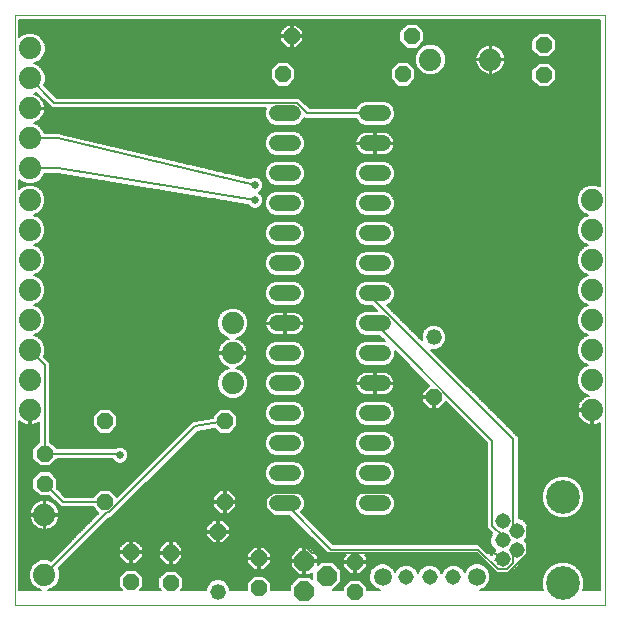
<source format=gbl>
G75*
%MOIN*%
%OFA0B0*%
%FSLAX25Y25*%
%IPPOS*%
%LPD*%
%AMOC8*
5,1,8,0,0,1.08239X$1,22.5*
%
%ADD10C,0.00000*%
%ADD11OC8,0.05200*%
%ADD12C,0.05200*%
%ADD13C,0.05150*%
%ADD14C,0.11220*%
%ADD15C,0.05200*%
%ADD16C,0.07400*%
%ADD17C,0.05937*%
%ADD18OC8,0.06600*%
%ADD19C,0.00600*%
%ADD20C,0.02578*%
D10*
X0007445Y0008099D02*
X0007445Y0204950D01*
X0204295Y0204950D01*
X0204295Y0008099D01*
X0007445Y0008099D01*
D11*
X0037406Y0042509D03*
X0046201Y0025757D03*
X0046201Y0015757D03*
X0059453Y0015501D03*
X0059453Y0025501D03*
X0075201Y0032627D03*
X0077406Y0042509D03*
X0088823Y0023690D03*
X0088823Y0013690D03*
X0120909Y0012548D03*
X0120909Y0022548D03*
X0077524Y0069398D03*
X0037524Y0069398D03*
X0017406Y0058611D03*
X0017406Y0048611D03*
X0147130Y0077391D03*
X0136854Y0185107D03*
X0139728Y0197745D03*
X0099728Y0197745D03*
X0096854Y0185107D03*
X0183783Y0184871D03*
X0183783Y0194871D03*
D12*
X0147130Y0097391D03*
X0075201Y0012627D03*
D13*
X0137917Y0017548D03*
X0145791Y0017548D03*
X0153665Y0017548D03*
X0170083Y0023493D03*
X0174807Y0026643D03*
X0170083Y0029792D03*
X0174807Y0032942D03*
X0170083Y0036091D03*
D14*
X0190161Y0044162D03*
X0190161Y0015422D03*
D15*
X0130045Y0042036D02*
X0124845Y0042036D01*
X0124845Y0052036D02*
X0130045Y0052036D01*
X0130045Y0062036D02*
X0124845Y0062036D01*
X0124845Y0072036D02*
X0130045Y0072036D01*
X0130045Y0082036D02*
X0124845Y0082036D01*
X0124845Y0092036D02*
X0130045Y0092036D01*
X0130045Y0102036D02*
X0124845Y0102036D01*
X0124845Y0112036D02*
X0130045Y0112036D01*
X0130045Y0122036D02*
X0124845Y0122036D01*
X0124845Y0132036D02*
X0130045Y0132036D01*
X0130045Y0142036D02*
X0124845Y0142036D01*
X0124845Y0152036D02*
X0130045Y0152036D01*
X0130045Y0162036D02*
X0124845Y0162036D01*
X0124845Y0172036D02*
X0130045Y0172036D01*
X0100045Y0172036D02*
X0094845Y0172036D01*
X0094845Y0162036D02*
X0100045Y0162036D01*
X0100045Y0152036D02*
X0094845Y0152036D01*
X0094845Y0142036D02*
X0100045Y0142036D01*
X0100045Y0132036D02*
X0094845Y0132036D01*
X0094845Y0122036D02*
X0100045Y0122036D01*
X0100045Y0112036D02*
X0094845Y0112036D01*
X0094845Y0102036D02*
X0100045Y0102036D01*
X0100045Y0092036D02*
X0094845Y0092036D01*
X0094845Y0082036D02*
X0100045Y0082036D01*
X0100045Y0072036D02*
X0094845Y0072036D01*
X0094845Y0062036D02*
X0100045Y0062036D01*
X0100045Y0052036D02*
X0094845Y0052036D01*
X0094845Y0042036D02*
X0100045Y0042036D01*
D16*
X0080083Y0082115D03*
X0080083Y0092115D03*
X0080083Y0102115D03*
X0017327Y0038257D03*
X0017327Y0018257D03*
X0012445Y0073099D03*
X0012445Y0083099D03*
X0012445Y0093099D03*
X0012445Y0103099D03*
X0012445Y0113099D03*
X0012445Y0123099D03*
X0012445Y0133099D03*
X0012445Y0143099D03*
X0012500Y0153686D03*
X0012500Y0163686D03*
X0012500Y0173686D03*
X0012500Y0183686D03*
X0012500Y0193686D03*
X0145988Y0189989D03*
X0165988Y0189989D03*
X0199945Y0143099D03*
X0199945Y0133099D03*
X0199945Y0123099D03*
X0199945Y0113099D03*
X0199945Y0103099D03*
X0199945Y0093099D03*
X0199945Y0083099D03*
X0199945Y0073099D03*
D17*
X0161539Y0017548D03*
X0130043Y0017548D03*
D18*
X0111480Y0017745D03*
X0103980Y0022745D03*
X0103980Y0012745D03*
D19*
X0099180Y0013099D02*
X0092923Y0013099D01*
X0092923Y0015388D01*
X0090521Y0017790D01*
X0087125Y0017790D01*
X0084723Y0015388D01*
X0084723Y0013099D01*
X0079301Y0013099D01*
X0079301Y0013442D01*
X0078677Y0014949D01*
X0077523Y0016103D01*
X0076016Y0016727D01*
X0074385Y0016727D01*
X0072878Y0016103D01*
X0071725Y0014949D01*
X0071101Y0013442D01*
X0071101Y0013099D01*
X0062849Y0013099D01*
X0063553Y0013803D01*
X0063553Y0017199D01*
X0061151Y0019601D01*
X0057754Y0019601D01*
X0055353Y0017199D01*
X0055353Y0013803D01*
X0056056Y0013099D01*
X0049342Y0013099D01*
X0050301Y0014058D01*
X0050301Y0017455D01*
X0047899Y0019857D01*
X0044503Y0019857D01*
X0042101Y0017455D01*
X0042101Y0014058D01*
X0043060Y0013099D01*
X0018464Y0013099D01*
X0020272Y0013848D01*
X0021735Y0015311D01*
X0022527Y0017222D01*
X0022527Y0019291D01*
X0022052Y0020437D01*
X0038824Y0037209D01*
X0039601Y0037209D01*
X0068392Y0066000D01*
X0074135Y0066989D01*
X0075825Y0065298D01*
X0079222Y0065298D01*
X0081624Y0067700D01*
X0081624Y0071097D01*
X0079222Y0073498D01*
X0075825Y0073498D01*
X0073424Y0071097D01*
X0073424Y0070519D01*
X0067370Y0069477D01*
X0066778Y0069477D01*
X0066655Y0069354D01*
X0066483Y0069324D01*
X0066142Y0068841D01*
X0041505Y0044204D01*
X0041505Y0044207D01*
X0039104Y0046609D01*
X0035707Y0046609D01*
X0033407Y0044309D01*
X0024253Y0044309D01*
X0021505Y0047057D01*
X0021505Y0050309D01*
X0019104Y0052711D01*
X0015707Y0052711D01*
X0013306Y0050309D01*
X0013306Y0046913D01*
X0015707Y0044511D01*
X0018960Y0044511D01*
X0021708Y0041763D01*
X0022762Y0040709D01*
X0033407Y0040709D01*
X0035320Y0038796D01*
X0019507Y0022982D01*
X0018361Y0023457D01*
X0016292Y0023457D01*
X0014381Y0022665D01*
X0012918Y0021202D01*
X0012127Y0019291D01*
X0012127Y0017222D01*
X0012918Y0015311D01*
X0014381Y0013848D01*
X0016190Y0013099D01*
X0008945Y0013099D01*
X0008945Y0069528D01*
X0009188Y0069285D01*
X0009824Y0068823D01*
X0010526Y0068466D01*
X0011274Y0068222D01*
X0012051Y0068099D01*
X0012145Y0068099D01*
X0012145Y0072799D01*
X0012745Y0072799D01*
X0012745Y0068099D01*
X0012838Y0068099D01*
X0013616Y0068222D01*
X0014364Y0068466D01*
X0015065Y0068823D01*
X0015606Y0069215D01*
X0015606Y0062609D01*
X0013306Y0060309D01*
X0013306Y0056913D01*
X0015707Y0054511D01*
X0019104Y0054511D01*
X0021404Y0056811D01*
X0039960Y0056811D01*
X0040080Y0056519D01*
X0040865Y0055735D01*
X0041890Y0055310D01*
X0043000Y0055310D01*
X0044025Y0055735D01*
X0044809Y0056519D01*
X0045234Y0057544D01*
X0045234Y0058654D01*
X0044809Y0059679D01*
X0044025Y0060464D01*
X0043000Y0060888D01*
X0041890Y0060888D01*
X0040865Y0060464D01*
X0040812Y0060411D01*
X0021404Y0060411D01*
X0019205Y0062609D01*
X0019205Y0088884D01*
X0017170Y0090919D01*
X0017645Y0092065D01*
X0017645Y0094134D01*
X0016853Y0096045D01*
X0015390Y0097508D01*
X0013962Y0098099D01*
X0015390Y0098691D01*
X0016853Y0100154D01*
X0017645Y0102065D01*
X0017645Y0104134D01*
X0016853Y0106045D01*
X0015390Y0107508D01*
X0013962Y0108099D01*
X0015390Y0108691D01*
X0016853Y0110154D01*
X0017645Y0112065D01*
X0017645Y0114134D01*
X0016853Y0116045D01*
X0015390Y0117508D01*
X0013962Y0118099D01*
X0015390Y0118691D01*
X0016853Y0120154D01*
X0017645Y0122065D01*
X0017645Y0124134D01*
X0016853Y0126045D01*
X0015390Y0127508D01*
X0013962Y0128099D01*
X0015390Y0128691D01*
X0016853Y0130154D01*
X0017645Y0132065D01*
X0017645Y0134134D01*
X0016853Y0136045D01*
X0015390Y0137508D01*
X0013962Y0138099D01*
X0015390Y0138691D01*
X0016853Y0140154D01*
X0017645Y0142065D01*
X0017645Y0144134D01*
X0016853Y0146045D01*
X0015390Y0147508D01*
X0013479Y0148299D01*
X0011411Y0148299D01*
X0009499Y0147508D01*
X0008945Y0146953D01*
X0008945Y0149887D01*
X0009554Y0149277D01*
X0011466Y0148486D01*
X0013534Y0148486D01*
X0015446Y0149277D01*
X0016908Y0150740D01*
X0017383Y0151886D01*
X0021714Y0151886D01*
X0085019Y0141667D01*
X0085080Y0141519D01*
X0085865Y0140735D01*
X0086890Y0140310D01*
X0088000Y0140310D01*
X0089025Y0140735D01*
X0089809Y0141519D01*
X0090234Y0142544D01*
X0090234Y0143654D01*
X0089809Y0144679D01*
X0089025Y0145464D01*
X0088697Y0145599D01*
X0089025Y0145735D01*
X0089809Y0146519D01*
X0090234Y0147544D01*
X0090234Y0148654D01*
X0089809Y0149679D01*
X0089025Y0150464D01*
X0088000Y0150888D01*
X0086890Y0150888D01*
X0085865Y0150464D01*
X0085753Y0150351D01*
X0022771Y0165319D01*
X0022604Y0165486D01*
X0022069Y0165486D01*
X0021549Y0165609D01*
X0021348Y0165486D01*
X0017383Y0165486D01*
X0016908Y0166631D01*
X0015446Y0168094D01*
X0013698Y0168818D01*
X0014419Y0169052D01*
X0015121Y0169409D01*
X0015757Y0169872D01*
X0016314Y0170429D01*
X0016776Y0171065D01*
X0017134Y0171766D01*
X0017377Y0172515D01*
X0017500Y0173292D01*
X0017500Y0173386D01*
X0012800Y0173386D01*
X0012800Y0173986D01*
X0017500Y0173986D01*
X0017500Y0174079D01*
X0017377Y0174857D01*
X0017134Y0175605D01*
X0016776Y0176306D01*
X0016314Y0176943D01*
X0015757Y0177500D01*
X0015121Y0177962D01*
X0014419Y0178320D01*
X0013698Y0178554D01*
X0014680Y0178960D01*
X0018850Y0174791D01*
X0019904Y0173736D01*
X0091111Y0173736D01*
X0090745Y0172852D01*
X0090745Y0171221D01*
X0091369Y0169714D01*
X0092522Y0168560D01*
X0094029Y0167936D01*
X0100860Y0167936D01*
X0102367Y0168560D01*
X0103521Y0169714D01*
X0103887Y0170598D01*
X0104249Y0170236D01*
X0121153Y0170236D01*
X0121369Y0169714D01*
X0122522Y0168560D01*
X0124029Y0167936D01*
X0130860Y0167936D01*
X0132367Y0168560D01*
X0133521Y0169714D01*
X0134145Y0171221D01*
X0134145Y0172852D01*
X0133521Y0174359D01*
X0132367Y0175512D01*
X0130860Y0176136D01*
X0124029Y0176136D01*
X0122522Y0175512D01*
X0121369Y0174359D01*
X0121153Y0173836D01*
X0105740Y0173836D01*
X0103295Y0176282D01*
X0102240Y0177336D01*
X0021395Y0177336D01*
X0017225Y0181506D01*
X0017700Y0182651D01*
X0017700Y0184720D01*
X0016908Y0186631D01*
X0015446Y0188094D01*
X0014017Y0188686D01*
X0015446Y0189277D01*
X0016908Y0190740D01*
X0017700Y0192651D01*
X0017700Y0194720D01*
X0016908Y0196631D01*
X0015446Y0198094D01*
X0013534Y0198886D01*
X0011466Y0198886D01*
X0009554Y0198094D01*
X0008945Y0197485D01*
X0008945Y0203099D01*
X0202445Y0203099D01*
X0202445Y0147692D01*
X0200979Y0148299D01*
X0198911Y0148299D01*
X0196999Y0147508D01*
X0195537Y0146045D01*
X0194745Y0144134D01*
X0194745Y0142065D01*
X0195537Y0140154D01*
X0196999Y0138691D01*
X0198428Y0138099D01*
X0196999Y0137508D01*
X0195537Y0136045D01*
X0194745Y0134134D01*
X0194745Y0132065D01*
X0195537Y0130154D01*
X0196999Y0128691D01*
X0198428Y0128099D01*
X0196999Y0127508D01*
X0195537Y0126045D01*
X0194745Y0124134D01*
X0194745Y0122065D01*
X0195537Y0120154D01*
X0196999Y0118691D01*
X0198428Y0118099D01*
X0196999Y0117508D01*
X0195537Y0116045D01*
X0194745Y0114134D01*
X0194745Y0112065D01*
X0195537Y0110154D01*
X0196999Y0108691D01*
X0198428Y0108099D01*
X0196999Y0107508D01*
X0195537Y0106045D01*
X0194745Y0104134D01*
X0194745Y0102065D01*
X0195537Y0100154D01*
X0196999Y0098691D01*
X0198428Y0098099D01*
X0196999Y0097508D01*
X0195537Y0096045D01*
X0194745Y0094134D01*
X0194745Y0092065D01*
X0195537Y0090154D01*
X0196999Y0088691D01*
X0198428Y0088099D01*
X0196999Y0087508D01*
X0195537Y0086045D01*
X0194745Y0084134D01*
X0194745Y0082065D01*
X0195537Y0080154D01*
X0196999Y0078691D01*
X0198747Y0077967D01*
X0198026Y0077733D01*
X0197324Y0077376D01*
X0196688Y0076913D01*
X0196131Y0076356D01*
X0195668Y0075720D01*
X0195311Y0075019D01*
X0195068Y0074270D01*
X0194945Y0073493D01*
X0194945Y0073399D01*
X0199645Y0073399D01*
X0199645Y0072799D01*
X0200245Y0072799D01*
X0200245Y0068099D01*
X0200338Y0068099D01*
X0201116Y0068222D01*
X0201864Y0068466D01*
X0202445Y0068761D01*
X0202445Y0013099D01*
X0196895Y0013099D01*
X0197272Y0014008D01*
X0197272Y0016836D01*
X0196189Y0019450D01*
X0194189Y0021450D01*
X0191576Y0022532D01*
X0188747Y0022532D01*
X0186134Y0021450D01*
X0184134Y0019450D01*
X0183051Y0016836D01*
X0183051Y0014008D01*
X0183428Y0013099D01*
X0162476Y0013099D01*
X0164071Y0013760D01*
X0165328Y0015017D01*
X0166008Y0016659D01*
X0166008Y0018437D01*
X0165328Y0020079D01*
X0164071Y0021336D01*
X0162428Y0022017D01*
X0160651Y0022017D01*
X0159008Y0021336D01*
X0157751Y0020079D01*
X0157389Y0019206D01*
X0157120Y0019856D01*
X0155974Y0021002D01*
X0154476Y0021623D01*
X0152855Y0021623D01*
X0151357Y0021002D01*
X0150211Y0019856D01*
X0149728Y0018691D01*
X0149246Y0019856D01*
X0148100Y0021002D01*
X0146602Y0021623D01*
X0144981Y0021623D01*
X0143483Y0021002D01*
X0142337Y0019856D01*
X0141854Y0018691D01*
X0141372Y0019856D01*
X0140226Y0021002D01*
X0138728Y0021623D01*
X0137107Y0021623D01*
X0135609Y0021002D01*
X0134463Y0019856D01*
X0134193Y0019206D01*
X0133832Y0020079D01*
X0132575Y0021336D01*
X0130932Y0022017D01*
X0129154Y0022017D01*
X0127512Y0021336D01*
X0126255Y0020079D01*
X0125575Y0018437D01*
X0125575Y0016659D01*
X0126255Y0015017D01*
X0127512Y0013760D01*
X0129107Y0013099D01*
X0125009Y0013099D01*
X0125009Y0014246D01*
X0122608Y0016648D01*
X0119211Y0016648D01*
X0116809Y0014246D01*
X0116809Y0013099D01*
X0113623Y0013099D01*
X0116280Y0015757D01*
X0116280Y0019733D01*
X0113469Y0022545D01*
X0109492Y0022545D01*
X0108580Y0021633D01*
X0108580Y0022445D01*
X0104280Y0022445D01*
X0104280Y0018145D01*
X0105886Y0018145D01*
X0106680Y0018940D01*
X0106680Y0016833D01*
X0105969Y0017545D01*
X0101992Y0017545D01*
X0099180Y0014733D01*
X0099180Y0013099D01*
X0099180Y0013486D02*
X0092923Y0013486D01*
X0092923Y0014084D02*
X0099180Y0014084D01*
X0099180Y0014683D02*
X0092923Y0014683D01*
X0092923Y0015281D02*
X0099729Y0015281D01*
X0100327Y0015880D02*
X0092431Y0015880D01*
X0091832Y0016478D02*
X0100926Y0016478D01*
X0101524Y0017077D02*
X0091234Y0017077D01*
X0090635Y0017675D02*
X0106680Y0017675D01*
X0106680Y0017077D02*
X0106437Y0017077D01*
X0106680Y0018274D02*
X0106015Y0018274D01*
X0106613Y0018872D02*
X0106680Y0018872D01*
X0104280Y0018872D02*
X0103680Y0018872D01*
X0103680Y0018274D02*
X0104280Y0018274D01*
X0103680Y0018145D02*
X0103680Y0022445D01*
X0099380Y0022445D01*
X0099380Y0020839D01*
X0102075Y0018145D01*
X0103680Y0018145D01*
X0103680Y0019471D02*
X0104280Y0019471D01*
X0104280Y0020069D02*
X0103680Y0020069D01*
X0103680Y0020668D02*
X0104280Y0020668D01*
X0104280Y0021266D02*
X0103680Y0021266D01*
X0103680Y0021865D02*
X0104280Y0021865D01*
X0104280Y0022445D02*
X0103680Y0022445D01*
X0103680Y0023045D01*
X0099380Y0023045D01*
X0099380Y0024650D01*
X0102075Y0027345D01*
X0103680Y0027345D01*
X0103680Y0023045D01*
X0104280Y0023045D01*
X0104280Y0027345D01*
X0105886Y0027345D01*
X0108580Y0024650D01*
X0108580Y0023045D01*
X0104280Y0023045D01*
X0104280Y0022445D01*
X0104280Y0022463D02*
X0109411Y0022463D01*
X0108812Y0021865D02*
X0108580Y0021865D01*
X0108580Y0023062D02*
X0117009Y0023062D01*
X0117009Y0022848D02*
X0120609Y0022848D01*
X0120609Y0022248D01*
X0117009Y0022248D01*
X0117009Y0020933D01*
X0119294Y0018648D01*
X0120609Y0018648D01*
X0120609Y0022248D01*
X0121209Y0022248D01*
X0121209Y0018648D01*
X0122525Y0018648D01*
X0124809Y0020933D01*
X0124809Y0022248D01*
X0121209Y0022248D01*
X0121209Y0022848D01*
X0124809Y0022848D01*
X0124809Y0024163D01*
X0124130Y0024843D01*
X0161273Y0024843D01*
X0167898Y0018218D01*
X0172268Y0018218D01*
X0174303Y0020254D01*
X0175357Y0021308D01*
X0175357Y0022568D01*
X0175618Y0022568D01*
X0177115Y0023188D01*
X0178262Y0024334D01*
X0178882Y0025832D01*
X0178882Y0027453D01*
X0178262Y0028951D01*
X0177420Y0029792D01*
X0178262Y0030634D01*
X0178882Y0032131D01*
X0178882Y0033752D01*
X0178262Y0035250D01*
X0177115Y0036396D01*
X0175618Y0037017D01*
X0175357Y0037017D01*
X0175357Y0064219D01*
X0146266Y0093311D01*
X0146314Y0093291D01*
X0147945Y0093291D01*
X0149452Y0093915D01*
X0150606Y0095068D01*
X0151230Y0096575D01*
X0151230Y0098206D01*
X0150606Y0099713D01*
X0149452Y0100866D01*
X0147945Y0101491D01*
X0146314Y0101491D01*
X0144807Y0100866D01*
X0143654Y0099713D01*
X0143030Y0098206D01*
X0143030Y0096575D01*
X0143050Y0096526D01*
X0131412Y0108165D01*
X0132367Y0108560D01*
X0133521Y0109714D01*
X0134145Y0111221D01*
X0134145Y0112852D01*
X0133521Y0114359D01*
X0132367Y0115512D01*
X0130860Y0116136D01*
X0124029Y0116136D01*
X0122522Y0115512D01*
X0121369Y0114359D01*
X0120745Y0112852D01*
X0120745Y0111221D01*
X0121369Y0109714D01*
X0122522Y0108560D01*
X0124029Y0107936D01*
X0126549Y0107936D01*
X0128349Y0106136D01*
X0124029Y0106136D01*
X0122522Y0105512D01*
X0121369Y0104359D01*
X0120745Y0102852D01*
X0120745Y0101221D01*
X0121369Y0099714D01*
X0122522Y0098560D01*
X0124029Y0097936D01*
X0128999Y0097936D01*
X0130799Y0096136D01*
X0124029Y0096136D01*
X0122522Y0095512D01*
X0121369Y0094359D01*
X0120745Y0092852D01*
X0120745Y0091221D01*
X0121369Y0089714D01*
X0122522Y0088560D01*
X0124029Y0087936D01*
X0130860Y0087936D01*
X0132367Y0088560D01*
X0133521Y0089714D01*
X0134145Y0091221D01*
X0134145Y0092791D01*
X0145645Y0081291D01*
X0145514Y0081291D01*
X0143230Y0079006D01*
X0143230Y0077691D01*
X0146830Y0077691D01*
X0146830Y0077091D01*
X0143230Y0077091D01*
X0143230Y0075775D01*
X0145514Y0073491D01*
X0146830Y0073491D01*
X0146830Y0077090D01*
X0147430Y0077090D01*
X0147430Y0073491D01*
X0148745Y0073491D01*
X0151030Y0075775D01*
X0151030Y0075906D01*
X0164808Y0062128D01*
X0164808Y0033906D01*
X0165862Y0032852D01*
X0166624Y0032090D01*
X0166008Y0030603D01*
X0166008Y0028982D01*
X0166628Y0027484D01*
X0167611Y0026501D01*
X0167073Y0025963D01*
X0166649Y0025328D01*
X0166423Y0024784D01*
X0162765Y0028443D01*
X0113584Y0028443D01*
X0102917Y0039110D01*
X0103521Y0039714D01*
X0104145Y0041221D01*
X0104145Y0042852D01*
X0103521Y0044359D01*
X0102367Y0045512D01*
X0100860Y0046136D01*
X0094029Y0046136D01*
X0092522Y0045512D01*
X0091369Y0044359D01*
X0090745Y0042852D01*
X0090745Y0041221D01*
X0091369Y0039714D01*
X0092522Y0038560D01*
X0094029Y0037936D01*
X0098999Y0037936D01*
X0111039Y0025897D01*
X0112093Y0024843D01*
X0117689Y0024843D01*
X0117009Y0024163D01*
X0117009Y0022848D01*
X0117009Y0023661D02*
X0108580Y0023661D01*
X0108580Y0024259D02*
X0117105Y0024259D01*
X0117009Y0021865D02*
X0114148Y0021865D01*
X0113550Y0022463D02*
X0120609Y0022463D01*
X0120609Y0021865D02*
X0121209Y0021865D01*
X0121209Y0022463D02*
X0163652Y0022463D01*
X0164251Y0021865D02*
X0162794Y0021865D01*
X0163054Y0023062D02*
X0124809Y0023062D01*
X0124809Y0023661D02*
X0162455Y0023661D01*
X0161857Y0024259D02*
X0124714Y0024259D01*
X0124809Y0021865D02*
X0128789Y0021865D01*
X0127442Y0021266D02*
X0124809Y0021266D01*
X0124545Y0020668D02*
X0126844Y0020668D01*
X0126251Y0020069D02*
X0123946Y0020069D01*
X0123348Y0019471D02*
X0126003Y0019471D01*
X0125755Y0018872D02*
X0122749Y0018872D01*
X0121209Y0018872D02*
X0120609Y0018872D01*
X0120609Y0019471D02*
X0121209Y0019471D01*
X0121209Y0020069D02*
X0120609Y0020069D01*
X0120609Y0020668D02*
X0121209Y0020668D01*
X0121209Y0021266D02*
X0120609Y0021266D01*
X0118471Y0019471D02*
X0116280Y0019471D01*
X0116280Y0018872D02*
X0119070Y0018872D01*
X0117873Y0020069D02*
X0115944Y0020069D01*
X0115345Y0020668D02*
X0117274Y0020668D01*
X0117009Y0021266D02*
X0114747Y0021266D01*
X0116280Y0018274D02*
X0125575Y0018274D01*
X0125575Y0017675D02*
X0116280Y0017675D01*
X0116280Y0017077D02*
X0125575Y0017077D01*
X0125650Y0016478D02*
X0122777Y0016478D01*
X0123376Y0015880D02*
X0125898Y0015880D01*
X0126146Y0015281D02*
X0123974Y0015281D01*
X0124573Y0014683D02*
X0126589Y0014683D01*
X0127188Y0014084D02*
X0125009Y0014084D01*
X0125009Y0013486D02*
X0128174Y0013486D01*
X0134083Y0019471D02*
X0134303Y0019471D01*
X0134676Y0020069D02*
X0133836Y0020069D01*
X0133243Y0020668D02*
X0135275Y0020668D01*
X0136246Y0021266D02*
X0132644Y0021266D01*
X0131298Y0021865D02*
X0160285Y0021865D01*
X0158938Y0021266D02*
X0155336Y0021266D01*
X0156308Y0020668D02*
X0158340Y0020668D01*
X0157747Y0020069D02*
X0156907Y0020069D01*
X0157279Y0019471D02*
X0157499Y0019471D01*
X0151994Y0021266D02*
X0147462Y0021266D01*
X0148434Y0020668D02*
X0151023Y0020668D01*
X0150424Y0020069D02*
X0149033Y0020069D01*
X0149405Y0019471D02*
X0150051Y0019471D01*
X0149803Y0018872D02*
X0149653Y0018872D01*
X0144120Y0021266D02*
X0139588Y0021266D01*
X0140560Y0020668D02*
X0143149Y0020668D01*
X0142550Y0020069D02*
X0141159Y0020069D01*
X0141531Y0019471D02*
X0142177Y0019471D01*
X0141929Y0018872D02*
X0141779Y0018872D01*
X0132367Y0038560D02*
X0130860Y0037936D01*
X0124029Y0037936D01*
X0122522Y0038560D01*
X0121369Y0039714D01*
X0120745Y0041221D01*
X0120745Y0042852D01*
X0121369Y0044359D01*
X0122522Y0045512D01*
X0124029Y0046136D01*
X0130860Y0046136D01*
X0132367Y0045512D01*
X0133521Y0044359D01*
X0134145Y0042852D01*
X0134145Y0041221D01*
X0133521Y0039714D01*
X0132367Y0038560D01*
X0132430Y0038623D02*
X0164808Y0038623D01*
X0164808Y0038025D02*
X0131074Y0038025D01*
X0133029Y0039222D02*
X0164808Y0039222D01*
X0164808Y0039820D02*
X0133565Y0039820D01*
X0133813Y0040419D02*
X0164808Y0040419D01*
X0164808Y0041017D02*
X0134061Y0041017D01*
X0134145Y0041616D02*
X0164808Y0041616D01*
X0164808Y0042214D02*
X0134145Y0042214D01*
X0134145Y0042813D02*
X0164808Y0042813D01*
X0164808Y0043411D02*
X0133913Y0043411D01*
X0133665Y0044010D02*
X0164808Y0044010D01*
X0164808Y0044608D02*
X0133271Y0044608D01*
X0132672Y0045207D02*
X0164808Y0045207D01*
X0164808Y0045805D02*
X0131659Y0045805D01*
X0130860Y0047936D02*
X0132367Y0048560D01*
X0133521Y0049714D01*
X0134145Y0051221D01*
X0134145Y0052852D01*
X0133521Y0054359D01*
X0132367Y0055512D01*
X0130860Y0056136D01*
X0124029Y0056136D01*
X0122522Y0055512D01*
X0121369Y0054359D01*
X0120745Y0052852D01*
X0120745Y0051221D01*
X0121369Y0049714D01*
X0122522Y0048560D01*
X0124029Y0047936D01*
X0130860Y0047936D01*
X0131496Y0048199D02*
X0164808Y0048199D01*
X0164808Y0047601D02*
X0049993Y0047601D01*
X0049395Y0047002D02*
X0164808Y0047002D01*
X0164808Y0046404D02*
X0079026Y0046404D01*
X0079021Y0046409D02*
X0077705Y0046409D01*
X0077705Y0042809D01*
X0077106Y0042809D01*
X0077106Y0046409D01*
X0075790Y0046409D01*
X0073506Y0044124D01*
X0073505Y0042809D01*
X0077105Y0042809D01*
X0077105Y0042209D01*
X0073506Y0042209D01*
X0073506Y0040893D01*
X0075790Y0038609D01*
X0077106Y0038609D01*
X0077106Y0042209D01*
X0077705Y0042209D01*
X0077705Y0038609D01*
X0079021Y0038609D01*
X0081305Y0040893D01*
X0081305Y0042209D01*
X0077706Y0042209D01*
X0077706Y0042809D01*
X0081305Y0042809D01*
X0081305Y0044124D01*
X0079021Y0046409D01*
X0079624Y0045805D02*
X0093231Y0045805D01*
X0093395Y0045536D02*
X0144822Y0045536D01*
X0147830Y0045536D01*
X0167507Y0025858D01*
X0166697Y0026603D01*
X0166861Y0027252D02*
X0163955Y0027252D01*
X0163357Y0027850D02*
X0166477Y0027850D01*
X0166229Y0028449D02*
X0113578Y0028449D01*
X0112980Y0029047D02*
X0166008Y0029047D01*
X0166008Y0029646D02*
X0112381Y0029646D01*
X0111783Y0030244D02*
X0166008Y0030244D01*
X0166107Y0030843D02*
X0111184Y0030843D01*
X0110586Y0031441D02*
X0166355Y0031441D01*
X0166603Y0032040D02*
X0109987Y0032040D01*
X0109388Y0032638D02*
X0166076Y0032638D01*
X0165478Y0033237D02*
X0108790Y0033237D01*
X0108191Y0033835D02*
X0164879Y0033835D01*
X0164808Y0034434D02*
X0107593Y0034434D01*
X0106994Y0035032D02*
X0164808Y0035032D01*
X0164808Y0035631D02*
X0106396Y0035631D01*
X0105797Y0036229D02*
X0164808Y0036229D01*
X0164808Y0036828D02*
X0105199Y0036828D01*
X0104600Y0037426D02*
X0164808Y0037426D01*
X0166608Y0034652D02*
X0166608Y0062873D01*
X0127445Y0102036D01*
X0128230Y0106255D02*
X0083296Y0106255D01*
X0083028Y0106523D02*
X0081117Y0107315D01*
X0079048Y0107315D01*
X0077137Y0106523D01*
X0075674Y0105061D01*
X0074883Y0103149D01*
X0074883Y0101081D01*
X0075674Y0099169D01*
X0077137Y0097707D01*
X0078884Y0096983D01*
X0078163Y0096749D01*
X0077462Y0096391D01*
X0076825Y0095929D01*
X0076269Y0095372D01*
X0075806Y0094736D01*
X0075449Y0094034D01*
X0075206Y0093286D01*
X0075083Y0092508D01*
X0075083Y0092415D01*
X0079783Y0092415D01*
X0079783Y0091815D01*
X0075083Y0091815D01*
X0075083Y0091721D01*
X0075206Y0090944D01*
X0075449Y0090196D01*
X0075806Y0089494D01*
X0076269Y0088858D01*
X0076825Y0088301D01*
X0077462Y0087839D01*
X0078163Y0087481D01*
X0078884Y0087247D01*
X0077137Y0086523D01*
X0075674Y0085061D01*
X0074883Y0083149D01*
X0074883Y0081081D01*
X0075674Y0079169D01*
X0077137Y0077707D01*
X0079048Y0076915D01*
X0081117Y0076915D01*
X0083028Y0077707D01*
X0084491Y0079169D01*
X0085283Y0081081D01*
X0085283Y0083149D01*
X0084491Y0085061D01*
X0083028Y0086523D01*
X0081281Y0087247D01*
X0082002Y0087481D01*
X0082703Y0087839D01*
X0083340Y0088301D01*
X0083896Y0088858D01*
X0084359Y0089494D01*
X0084716Y0090196D01*
X0084960Y0090944D01*
X0085083Y0091721D01*
X0085083Y0091815D01*
X0080383Y0091815D01*
X0080383Y0092415D01*
X0085083Y0092415D01*
X0085083Y0092508D01*
X0084960Y0093286D01*
X0084716Y0094034D01*
X0084359Y0094736D01*
X0083896Y0095372D01*
X0083340Y0095929D01*
X0082703Y0096391D01*
X0082002Y0096749D01*
X0081281Y0096983D01*
X0083028Y0097707D01*
X0084491Y0099169D01*
X0085283Y0101081D01*
X0085283Y0103149D01*
X0084491Y0105061D01*
X0083028Y0106523D01*
X0082231Y0106854D02*
X0127632Y0106854D01*
X0127033Y0107452D02*
X0015446Y0107452D01*
X0016044Y0106854D02*
X0077934Y0106854D01*
X0076869Y0106255D02*
X0016643Y0106255D01*
X0017014Y0105657D02*
X0076270Y0105657D01*
X0075673Y0105058D02*
X0017262Y0105058D01*
X0017510Y0104460D02*
X0075425Y0104460D01*
X0075177Y0103861D02*
X0017645Y0103861D01*
X0017645Y0103263D02*
X0074930Y0103263D01*
X0074883Y0102664D02*
X0017645Y0102664D01*
X0017645Y0102065D02*
X0074883Y0102065D01*
X0074883Y0101467D02*
X0017397Y0101467D01*
X0017149Y0100868D02*
X0074971Y0100868D01*
X0075218Y0100270D02*
X0016901Y0100270D01*
X0016371Y0099671D02*
X0075466Y0099671D01*
X0075771Y0099073D02*
X0015773Y0099073D01*
X0014868Y0098474D02*
X0076369Y0098474D01*
X0076968Y0097876D02*
X0014501Y0097876D01*
X0015621Y0097277D02*
X0078173Y0097277D01*
X0078026Y0096679D02*
X0016219Y0096679D01*
X0016818Y0096080D02*
X0077034Y0096080D01*
X0076379Y0095482D02*
X0017086Y0095482D01*
X0017334Y0094883D02*
X0075914Y0094883D01*
X0075577Y0094285D02*
X0017582Y0094285D01*
X0017645Y0093686D02*
X0075336Y0093686D01*
X0075174Y0093088D02*
X0017645Y0093088D01*
X0017645Y0092489D02*
X0075083Y0092489D01*
X0075151Y0091292D02*
X0017325Y0091292D01*
X0017396Y0090694D02*
X0075287Y0090694D01*
X0075500Y0090095D02*
X0017994Y0090095D01*
X0018593Y0089497D02*
X0075805Y0089497D01*
X0076239Y0088898D02*
X0019191Y0088898D01*
X0019205Y0088300D02*
X0076827Y0088300D01*
X0077732Y0087701D02*
X0019205Y0087701D01*
X0019205Y0087103D02*
X0078536Y0087103D01*
X0077118Y0086504D02*
X0019205Y0086504D01*
X0019205Y0085906D02*
X0076519Y0085906D01*
X0075921Y0085307D02*
X0019205Y0085307D01*
X0019205Y0084709D02*
X0075529Y0084709D01*
X0075281Y0084110D02*
X0019205Y0084110D01*
X0019205Y0083512D02*
X0075033Y0083512D01*
X0074883Y0082913D02*
X0019205Y0082913D01*
X0019205Y0082315D02*
X0074883Y0082315D01*
X0074883Y0081716D02*
X0019205Y0081716D01*
X0019205Y0081118D02*
X0074883Y0081118D01*
X0075115Y0080519D02*
X0019205Y0080519D01*
X0019205Y0079921D02*
X0075363Y0079921D01*
X0075611Y0079322D02*
X0019205Y0079322D01*
X0019205Y0078724D02*
X0076120Y0078724D01*
X0076719Y0078125D02*
X0019205Y0078125D01*
X0019205Y0077527D02*
X0077572Y0077527D01*
X0079017Y0076928D02*
X0019205Y0076928D01*
X0019205Y0076330D02*
X0143230Y0076330D01*
X0143230Y0076928D02*
X0081149Y0076928D01*
X0082593Y0077527D02*
X0146830Y0077527D01*
X0146830Y0076928D02*
X0147430Y0076928D01*
X0147430Y0076330D02*
X0146830Y0076330D01*
X0146830Y0075731D02*
X0147430Y0075731D01*
X0147430Y0075132D02*
X0146830Y0075132D01*
X0146830Y0074534D02*
X0147430Y0074534D01*
X0147430Y0073935D02*
X0146830Y0073935D01*
X0145070Y0073935D02*
X0133696Y0073935D01*
X0133521Y0074359D02*
X0132367Y0075512D01*
X0130860Y0076136D01*
X0124029Y0076136D01*
X0122522Y0075512D01*
X0121369Y0074359D01*
X0120745Y0072852D01*
X0120745Y0071221D01*
X0121369Y0069714D01*
X0122522Y0068560D01*
X0124029Y0067936D01*
X0130860Y0067936D01*
X0132367Y0068560D01*
X0133521Y0069714D01*
X0134145Y0071221D01*
X0134145Y0072852D01*
X0133521Y0074359D01*
X0133345Y0074534D02*
X0144471Y0074534D01*
X0143873Y0075132D02*
X0132747Y0075132D01*
X0131839Y0075731D02*
X0143274Y0075731D01*
X0143230Y0078125D02*
X0101316Y0078125D01*
X0100860Y0077936D02*
X0102367Y0078560D01*
X0103521Y0079714D01*
X0104145Y0081221D01*
X0104145Y0082852D01*
X0103521Y0084359D01*
X0102367Y0085512D01*
X0100860Y0086136D01*
X0094029Y0086136D01*
X0092522Y0085512D01*
X0091369Y0084359D01*
X0090745Y0082852D01*
X0090745Y0081221D01*
X0091369Y0079714D01*
X0092522Y0078560D01*
X0094029Y0077936D01*
X0100860Y0077936D01*
X0100860Y0076136D02*
X0102367Y0075512D01*
X0103521Y0074359D01*
X0104145Y0072852D01*
X0104145Y0071221D01*
X0103521Y0069714D01*
X0102367Y0068560D01*
X0100860Y0067936D01*
X0094029Y0067936D01*
X0092522Y0068560D01*
X0091369Y0069714D01*
X0090745Y0071221D01*
X0090745Y0072852D01*
X0091369Y0074359D01*
X0092522Y0075512D01*
X0094029Y0076136D01*
X0100860Y0076136D01*
X0101839Y0075731D02*
X0123051Y0075731D01*
X0122143Y0075132D02*
X0102747Y0075132D01*
X0103345Y0074534D02*
X0121544Y0074534D01*
X0121194Y0073935D02*
X0103696Y0073935D01*
X0103944Y0073337D02*
X0120946Y0073337D01*
X0120745Y0072738D02*
X0104145Y0072738D01*
X0104145Y0072140D02*
X0120745Y0072140D01*
X0120745Y0071541D02*
X0104145Y0071541D01*
X0104030Y0070943D02*
X0120860Y0070943D01*
X0121108Y0070344D02*
X0103782Y0070344D01*
X0103534Y0069746D02*
X0121356Y0069746D01*
X0121935Y0069147D02*
X0102954Y0069147D01*
X0102339Y0068549D02*
X0122550Y0068549D01*
X0123995Y0067950D02*
X0100895Y0067950D01*
X0100860Y0066136D02*
X0102367Y0065512D01*
X0103521Y0064359D01*
X0104145Y0062852D01*
X0104145Y0061221D01*
X0103521Y0059714D01*
X0102367Y0058560D01*
X0100860Y0057936D01*
X0094029Y0057936D01*
X0092522Y0058560D01*
X0091369Y0059714D01*
X0090745Y0061221D01*
X0090745Y0062852D01*
X0091369Y0064359D01*
X0092522Y0065512D01*
X0094029Y0066136D01*
X0100860Y0066136D01*
X0102260Y0065556D02*
X0122629Y0065556D01*
X0122522Y0065512D02*
X0121369Y0064359D01*
X0120745Y0062852D01*
X0120745Y0061221D01*
X0121369Y0059714D01*
X0122522Y0058560D01*
X0124029Y0057936D01*
X0130860Y0057936D01*
X0132367Y0058560D01*
X0133521Y0059714D01*
X0134145Y0061221D01*
X0134145Y0062852D01*
X0133521Y0064359D01*
X0132367Y0065512D01*
X0130860Y0066136D01*
X0124029Y0066136D01*
X0122522Y0065512D01*
X0121968Y0064958D02*
X0102922Y0064958D01*
X0103520Y0064359D02*
X0121370Y0064359D01*
X0121121Y0063761D02*
X0103768Y0063761D01*
X0104016Y0063162D02*
X0120873Y0063162D01*
X0120745Y0062564D02*
X0104145Y0062564D01*
X0104145Y0061965D02*
X0120745Y0061965D01*
X0120745Y0061367D02*
X0104145Y0061367D01*
X0103957Y0060768D02*
X0120932Y0060768D01*
X0121180Y0060170D02*
X0103710Y0060170D01*
X0103378Y0059571D02*
X0121512Y0059571D01*
X0122110Y0058973D02*
X0102780Y0058973D01*
X0101918Y0058374D02*
X0122972Y0058374D01*
X0123653Y0055980D02*
X0101237Y0055980D01*
X0100860Y0056136D02*
X0102367Y0055512D01*
X0103521Y0054359D01*
X0104145Y0052852D01*
X0104145Y0051221D01*
X0103521Y0049714D01*
X0102367Y0048560D01*
X0100860Y0047936D01*
X0094029Y0047936D01*
X0092522Y0048560D01*
X0091369Y0049714D01*
X0090745Y0051221D01*
X0090745Y0052852D01*
X0091369Y0054359D01*
X0092522Y0055512D01*
X0094029Y0056136D01*
X0100860Y0056136D01*
X0102498Y0055382D02*
X0122392Y0055382D01*
X0121793Y0054783D02*
X0103096Y0054783D01*
X0103593Y0054185D02*
X0121297Y0054185D01*
X0121049Y0053586D02*
X0103841Y0053586D01*
X0104089Y0052988D02*
X0120801Y0052988D01*
X0120745Y0052389D02*
X0104145Y0052389D01*
X0104145Y0051791D02*
X0120745Y0051791D01*
X0120757Y0051192D02*
X0104133Y0051192D01*
X0103885Y0050594D02*
X0121005Y0050594D01*
X0121253Y0049995D02*
X0103637Y0049995D01*
X0103203Y0049396D02*
X0121686Y0049396D01*
X0122285Y0048798D02*
X0102605Y0048798D01*
X0101496Y0048199D02*
X0123394Y0048199D01*
X0123231Y0045805D02*
X0101659Y0045805D01*
X0102672Y0045207D02*
X0122217Y0045207D01*
X0121619Y0044608D02*
X0103271Y0044608D01*
X0103665Y0044010D02*
X0121225Y0044010D01*
X0120977Y0043411D02*
X0103913Y0043411D01*
X0104145Y0042813D02*
X0120745Y0042813D01*
X0120745Y0042214D02*
X0104145Y0042214D01*
X0104145Y0041616D02*
X0120745Y0041616D01*
X0120829Y0041017D02*
X0104061Y0041017D01*
X0103813Y0040419D02*
X0121077Y0040419D01*
X0121325Y0039820D02*
X0103565Y0039820D01*
X0103029Y0039222D02*
X0121861Y0039222D01*
X0122460Y0038623D02*
X0103403Y0038623D01*
X0104002Y0038025D02*
X0123816Y0038025D01*
X0132605Y0048798D02*
X0164808Y0048798D01*
X0164808Y0049396D02*
X0133203Y0049396D01*
X0133637Y0049995D02*
X0164808Y0049995D01*
X0164808Y0050594D02*
X0133885Y0050594D01*
X0134133Y0051192D02*
X0164808Y0051192D01*
X0164808Y0051791D02*
X0134145Y0051791D01*
X0134145Y0052389D02*
X0164808Y0052389D01*
X0164808Y0052988D02*
X0134089Y0052988D01*
X0133841Y0053586D02*
X0164808Y0053586D01*
X0164808Y0054185D02*
X0133593Y0054185D01*
X0133096Y0054783D02*
X0164808Y0054783D01*
X0164808Y0055382D02*
X0132498Y0055382D01*
X0131237Y0055980D02*
X0164808Y0055980D01*
X0164808Y0056579D02*
X0058971Y0056579D01*
X0059569Y0057177D02*
X0164808Y0057177D01*
X0164808Y0057776D02*
X0060168Y0057776D01*
X0060766Y0058374D02*
X0092972Y0058374D01*
X0092110Y0058973D02*
X0061365Y0058973D01*
X0061963Y0059571D02*
X0091512Y0059571D01*
X0091180Y0060170D02*
X0062562Y0060170D01*
X0063160Y0060768D02*
X0090932Y0060768D01*
X0090745Y0061367D02*
X0063759Y0061367D01*
X0064357Y0061965D02*
X0090745Y0061965D01*
X0090745Y0062564D02*
X0064956Y0062564D01*
X0065554Y0063162D02*
X0090873Y0063162D01*
X0091121Y0063761D02*
X0066153Y0063761D01*
X0066751Y0064359D02*
X0091370Y0064359D01*
X0091968Y0064958D02*
X0067350Y0064958D01*
X0067948Y0065556D02*
X0075567Y0065556D01*
X0074969Y0066155D02*
X0069291Y0066155D01*
X0067524Y0067677D02*
X0077524Y0069398D01*
X0074370Y0066753D02*
X0072768Y0066753D01*
X0072409Y0070344D02*
X0041624Y0070344D01*
X0041624Y0069746D02*
X0068932Y0069746D01*
X0067524Y0067677D02*
X0038855Y0039009D01*
X0038079Y0039009D01*
X0017327Y0018257D01*
X0022527Y0018274D02*
X0042920Y0018274D01*
X0043518Y0018872D02*
X0022527Y0018872D01*
X0022452Y0019471D02*
X0044117Y0019471D01*
X0044585Y0021857D02*
X0042301Y0024141D01*
X0042301Y0025457D01*
X0045901Y0025457D01*
X0045901Y0026057D01*
X0045901Y0029657D01*
X0044585Y0029657D01*
X0042301Y0027372D01*
X0042301Y0026057D01*
X0045901Y0026057D01*
X0046501Y0026057D01*
X0046501Y0029657D01*
X0047816Y0029657D01*
X0050101Y0027372D01*
X0050101Y0026057D01*
X0046501Y0026057D01*
X0046501Y0025457D01*
X0050101Y0025457D01*
X0050101Y0024141D01*
X0047816Y0021857D01*
X0046501Y0021857D01*
X0046501Y0025457D01*
X0045901Y0025457D01*
X0045901Y0021857D01*
X0044585Y0021857D01*
X0044577Y0021865D02*
X0023481Y0021865D01*
X0024079Y0022463D02*
X0043979Y0022463D01*
X0043380Y0023062D02*
X0024678Y0023062D01*
X0025276Y0023661D02*
X0042782Y0023661D01*
X0042301Y0024259D02*
X0025875Y0024259D01*
X0026473Y0024858D02*
X0042301Y0024858D01*
X0042301Y0025456D02*
X0027072Y0025456D01*
X0027670Y0026055D02*
X0045901Y0026055D01*
X0045901Y0026653D02*
X0046501Y0026653D01*
X0046501Y0026055D02*
X0055553Y0026055D01*
X0055553Y0025801D02*
X0059153Y0025801D01*
X0059153Y0029401D01*
X0057837Y0029401D01*
X0055553Y0027116D01*
X0055553Y0025801D01*
X0055553Y0025201D02*
X0055553Y0023885D01*
X0057837Y0021601D01*
X0059153Y0021601D01*
X0059153Y0025201D01*
X0059753Y0025201D01*
X0059753Y0025801D01*
X0063353Y0025801D01*
X0063353Y0027116D01*
X0061068Y0029401D01*
X0059753Y0029401D01*
X0059753Y0025801D01*
X0059153Y0025801D01*
X0059153Y0025201D01*
X0055553Y0025201D01*
X0055553Y0024858D02*
X0050101Y0024858D01*
X0050101Y0025456D02*
X0059153Y0025456D01*
X0059153Y0024858D02*
X0059753Y0024858D01*
X0059753Y0025201D02*
X0059753Y0021601D01*
X0061068Y0021601D01*
X0063353Y0023885D01*
X0063353Y0025201D01*
X0059753Y0025201D01*
X0059753Y0025456D02*
X0085074Y0025456D01*
X0084923Y0025305D02*
X0084923Y0023990D01*
X0088523Y0023990D01*
X0088523Y0027590D01*
X0087207Y0027590D01*
X0084923Y0025305D01*
X0084923Y0024858D02*
X0063353Y0024858D01*
X0063353Y0024259D02*
X0084923Y0024259D01*
X0084923Y0023390D02*
X0084923Y0022074D01*
X0087207Y0019790D01*
X0088523Y0019790D01*
X0088523Y0023390D01*
X0084923Y0023390D01*
X0084923Y0023062D02*
X0062529Y0023062D01*
X0061931Y0022463D02*
X0084923Y0022463D01*
X0085132Y0021865D02*
X0061332Y0021865D01*
X0059753Y0021865D02*
X0059153Y0021865D01*
X0059153Y0022463D02*
X0059753Y0022463D01*
X0059753Y0023062D02*
X0059153Y0023062D01*
X0059153Y0023661D02*
X0059753Y0023661D01*
X0059753Y0024259D02*
X0059153Y0024259D01*
X0059153Y0026055D02*
X0059753Y0026055D01*
X0059753Y0026653D02*
X0059153Y0026653D01*
X0059153Y0027252D02*
X0059753Y0027252D01*
X0059753Y0027850D02*
X0059153Y0027850D01*
X0059153Y0028449D02*
X0059753Y0028449D01*
X0059753Y0029047D02*
X0059153Y0029047D01*
X0057484Y0029047D02*
X0048426Y0029047D01*
X0049024Y0028449D02*
X0056885Y0028449D01*
X0056287Y0027850D02*
X0049623Y0027850D01*
X0050101Y0027252D02*
X0055688Y0027252D01*
X0055553Y0026653D02*
X0050101Y0026653D01*
X0050101Y0024259D02*
X0055553Y0024259D01*
X0055778Y0023661D02*
X0049620Y0023661D01*
X0049022Y0023062D02*
X0056376Y0023062D01*
X0056975Y0022463D02*
X0048423Y0022463D01*
X0047824Y0021865D02*
X0057573Y0021865D01*
X0057625Y0019471D02*
X0048285Y0019471D01*
X0048883Y0018872D02*
X0057026Y0018872D01*
X0056428Y0018274D02*
X0049482Y0018274D01*
X0050080Y0017675D02*
X0055829Y0017675D01*
X0055353Y0017077D02*
X0050301Y0017077D01*
X0050301Y0016478D02*
X0055353Y0016478D01*
X0055353Y0015880D02*
X0050301Y0015880D01*
X0050301Y0015281D02*
X0055353Y0015281D01*
X0055353Y0014683D02*
X0050301Y0014683D01*
X0050301Y0014084D02*
X0055353Y0014084D01*
X0055669Y0013486D02*
X0049728Y0013486D01*
X0042673Y0013486D02*
X0019397Y0013486D01*
X0020508Y0014084D02*
X0042101Y0014084D01*
X0042101Y0014683D02*
X0021107Y0014683D01*
X0021705Y0015281D02*
X0042101Y0015281D01*
X0042101Y0015880D02*
X0021971Y0015880D01*
X0022219Y0016478D02*
X0042101Y0016478D01*
X0042101Y0017077D02*
X0022466Y0017077D01*
X0022527Y0017675D02*
X0042321Y0017675D01*
X0045901Y0021865D02*
X0046501Y0021865D01*
X0046501Y0022463D02*
X0045901Y0022463D01*
X0045901Y0023062D02*
X0046501Y0023062D01*
X0046501Y0023661D02*
X0045901Y0023661D01*
X0045901Y0024259D02*
X0046501Y0024259D01*
X0046501Y0024858D02*
X0045901Y0024858D01*
X0045901Y0025456D02*
X0046501Y0025456D01*
X0046501Y0027252D02*
X0045901Y0027252D01*
X0045901Y0027850D02*
X0046501Y0027850D01*
X0046501Y0028449D02*
X0045901Y0028449D01*
X0045901Y0029047D02*
X0046501Y0029047D01*
X0046501Y0029646D02*
X0045901Y0029646D01*
X0044574Y0029646D02*
X0031261Y0029646D01*
X0031860Y0030244D02*
X0072068Y0030244D01*
X0072667Y0029646D02*
X0047827Y0029646D01*
X0043976Y0029047D02*
X0030663Y0029047D01*
X0030064Y0028449D02*
X0043377Y0028449D01*
X0042779Y0027850D02*
X0029466Y0027850D01*
X0028867Y0027252D02*
X0042301Y0027252D01*
X0042301Y0026653D02*
X0028269Y0026653D01*
X0024973Y0028449D02*
X0008945Y0028449D01*
X0008945Y0029047D02*
X0025572Y0029047D01*
X0026170Y0029646D02*
X0008945Y0029646D01*
X0008945Y0030244D02*
X0026769Y0030244D01*
X0027367Y0030843D02*
X0008945Y0030843D01*
X0008945Y0031441D02*
X0027966Y0031441D01*
X0028564Y0032040D02*
X0008945Y0032040D01*
X0008945Y0032638D02*
X0029163Y0032638D01*
X0029761Y0033237D02*
X0008945Y0033237D01*
X0008945Y0033835D02*
X0014991Y0033835D01*
X0014706Y0033980D02*
X0015407Y0033623D01*
X0016156Y0033380D01*
X0016933Y0033257D01*
X0017027Y0033257D01*
X0017027Y0037957D01*
X0012327Y0037957D01*
X0012327Y0037863D01*
X0012450Y0037086D01*
X0012693Y0036337D01*
X0013050Y0035636D01*
X0013513Y0034999D01*
X0014069Y0034443D01*
X0014706Y0033980D01*
X0014082Y0034434D02*
X0008945Y0034434D01*
X0008945Y0035032D02*
X0013489Y0035032D01*
X0013054Y0035631D02*
X0008945Y0035631D01*
X0008945Y0036229D02*
X0012748Y0036229D01*
X0012534Y0036828D02*
X0008945Y0036828D01*
X0008945Y0037426D02*
X0012396Y0037426D01*
X0012327Y0038557D02*
X0017027Y0038557D01*
X0017027Y0043257D01*
X0016933Y0043257D01*
X0016156Y0043134D01*
X0015407Y0042890D01*
X0014706Y0042533D01*
X0014069Y0042070D01*
X0013513Y0041514D01*
X0013050Y0040877D01*
X0012693Y0040176D01*
X0012450Y0039428D01*
X0012327Y0038650D01*
X0012327Y0038557D01*
X0012327Y0038623D02*
X0008945Y0038623D01*
X0008945Y0038025D02*
X0017027Y0038025D01*
X0017027Y0037957D02*
X0017027Y0038557D01*
X0017627Y0038557D01*
X0017627Y0043257D01*
X0017720Y0043257D01*
X0018498Y0043134D01*
X0019246Y0042890D01*
X0019947Y0042533D01*
X0020584Y0042070D01*
X0021141Y0041514D01*
X0021603Y0040877D01*
X0021960Y0040176D01*
X0022204Y0039428D01*
X0022327Y0038650D01*
X0022327Y0038557D01*
X0017627Y0038557D01*
X0017627Y0037957D01*
X0022327Y0037957D01*
X0022327Y0037863D01*
X0022204Y0037086D01*
X0021960Y0036337D01*
X0021603Y0035636D01*
X0021141Y0034999D01*
X0020584Y0034443D01*
X0019947Y0033980D01*
X0019246Y0033623D01*
X0018498Y0033380D01*
X0017720Y0033257D01*
X0017627Y0033257D01*
X0017627Y0037957D01*
X0017027Y0037957D01*
X0017027Y0037426D02*
X0017627Y0037426D01*
X0017627Y0036828D02*
X0017027Y0036828D01*
X0017027Y0036229D02*
X0017627Y0036229D01*
X0017627Y0035631D02*
X0017027Y0035631D01*
X0017027Y0035032D02*
X0017627Y0035032D01*
X0017627Y0034434D02*
X0017027Y0034434D01*
X0017027Y0033835D02*
X0017627Y0033835D01*
X0019663Y0033835D02*
X0030360Y0033835D01*
X0030958Y0034434D02*
X0020571Y0034434D01*
X0021164Y0035032D02*
X0031557Y0035032D01*
X0032155Y0035631D02*
X0021599Y0035631D01*
X0021905Y0036229D02*
X0032754Y0036229D01*
X0033352Y0036828D02*
X0022120Y0036828D01*
X0022258Y0037426D02*
X0033951Y0037426D01*
X0034549Y0038025D02*
X0017627Y0038025D01*
X0017627Y0038623D02*
X0017027Y0038623D01*
X0017027Y0039222D02*
X0017627Y0039222D01*
X0017627Y0039820D02*
X0017027Y0039820D01*
X0017027Y0040419D02*
X0017627Y0040419D01*
X0017627Y0041017D02*
X0017027Y0041017D01*
X0017027Y0041616D02*
X0017627Y0041616D01*
X0017627Y0042214D02*
X0017027Y0042214D01*
X0017027Y0042813D02*
X0017627Y0042813D01*
X0019398Y0042813D02*
X0020658Y0042813D01*
X0020386Y0042214D02*
X0021257Y0042214D01*
X0021039Y0041616D02*
X0021855Y0041616D01*
X0021501Y0041017D02*
X0022454Y0041017D01*
X0021837Y0040419D02*
X0033697Y0040419D01*
X0034296Y0039820D02*
X0022076Y0039820D01*
X0022236Y0039222D02*
X0034894Y0039222D01*
X0035148Y0038623D02*
X0022327Y0038623D01*
X0023508Y0042509D02*
X0037406Y0042509D01*
X0040506Y0045207D02*
X0042508Y0045207D01*
X0043106Y0045805D02*
X0039907Y0045805D01*
X0039308Y0046404D02*
X0043705Y0046404D01*
X0044303Y0047002D02*
X0021560Y0047002D01*
X0021505Y0047601D02*
X0044902Y0047601D01*
X0045501Y0048199D02*
X0021505Y0048199D01*
X0021505Y0048798D02*
X0046099Y0048798D01*
X0046698Y0049396D02*
X0021505Y0049396D01*
X0021505Y0049995D02*
X0047296Y0049995D01*
X0047895Y0050594D02*
X0021221Y0050594D01*
X0020623Y0051192D02*
X0048493Y0051192D01*
X0049092Y0051791D02*
X0020024Y0051791D01*
X0019426Y0052389D02*
X0049690Y0052389D01*
X0050289Y0052988D02*
X0008945Y0052988D01*
X0008945Y0053586D02*
X0050887Y0053586D01*
X0051486Y0054185D02*
X0008945Y0054185D01*
X0008945Y0054783D02*
X0015435Y0054783D01*
X0014837Y0055382D02*
X0008945Y0055382D01*
X0008945Y0055980D02*
X0014238Y0055980D01*
X0013640Y0056579D02*
X0008945Y0056579D01*
X0008945Y0057177D02*
X0013306Y0057177D01*
X0013306Y0057776D02*
X0008945Y0057776D01*
X0008945Y0058374D02*
X0013306Y0058374D01*
X0013306Y0058973D02*
X0008945Y0058973D01*
X0008945Y0059571D02*
X0013306Y0059571D01*
X0013306Y0060170D02*
X0008945Y0060170D01*
X0008945Y0060768D02*
X0013764Y0060768D01*
X0014363Y0061367D02*
X0008945Y0061367D01*
X0008945Y0061965D02*
X0014961Y0061965D01*
X0015560Y0062564D02*
X0008945Y0062564D01*
X0008945Y0063162D02*
X0015606Y0063162D01*
X0015606Y0063761D02*
X0008945Y0063761D01*
X0008945Y0064359D02*
X0015606Y0064359D01*
X0015606Y0064958D02*
X0008945Y0064958D01*
X0008945Y0065556D02*
X0015606Y0065556D01*
X0015606Y0066155D02*
X0008945Y0066155D01*
X0008945Y0066753D02*
X0015606Y0066753D01*
X0015606Y0067352D02*
X0008945Y0067352D01*
X0008945Y0067950D02*
X0015606Y0067950D01*
X0015606Y0068549D02*
X0014528Y0068549D01*
X0015512Y0069147D02*
X0015606Y0069147D01*
X0012745Y0069147D02*
X0012145Y0069147D01*
X0012145Y0068549D02*
X0012745Y0068549D01*
X0012745Y0069746D02*
X0012145Y0069746D01*
X0012145Y0070344D02*
X0012745Y0070344D01*
X0012745Y0070943D02*
X0012145Y0070943D01*
X0012145Y0071541D02*
X0012745Y0071541D01*
X0012745Y0072140D02*
X0012145Y0072140D01*
X0012145Y0072738D02*
X0012745Y0072738D01*
X0010362Y0068549D02*
X0008945Y0068549D01*
X0008945Y0069147D02*
X0009378Y0069147D01*
X0019205Y0069147D02*
X0033424Y0069147D01*
X0033424Y0068549D02*
X0019205Y0068549D01*
X0019205Y0067950D02*
X0033424Y0067950D01*
X0033424Y0067700D02*
X0035825Y0065298D01*
X0039222Y0065298D01*
X0041624Y0067700D01*
X0041624Y0071097D01*
X0039222Y0073498D01*
X0035825Y0073498D01*
X0033424Y0071097D01*
X0033424Y0067700D01*
X0033772Y0067352D02*
X0019205Y0067352D01*
X0019205Y0066753D02*
X0034370Y0066753D01*
X0034969Y0066155D02*
X0019205Y0066155D01*
X0019205Y0065556D02*
X0035567Y0065556D01*
X0039480Y0065556D02*
X0062857Y0065556D01*
X0062259Y0064958D02*
X0019205Y0064958D01*
X0019205Y0064359D02*
X0061660Y0064359D01*
X0061062Y0063761D02*
X0019205Y0063761D01*
X0019205Y0063162D02*
X0060463Y0063162D01*
X0059865Y0062564D02*
X0019251Y0062564D01*
X0019850Y0061965D02*
X0059266Y0061965D01*
X0058668Y0061367D02*
X0020448Y0061367D01*
X0021047Y0060768D02*
X0041600Y0060768D01*
X0043289Y0060768D02*
X0058069Y0060768D01*
X0057471Y0060170D02*
X0044319Y0060170D01*
X0044854Y0059571D02*
X0056872Y0059571D01*
X0056274Y0058973D02*
X0045102Y0058973D01*
X0045234Y0058374D02*
X0055675Y0058374D01*
X0055077Y0057776D02*
X0045234Y0057776D01*
X0045082Y0057177D02*
X0054478Y0057177D01*
X0053880Y0056579D02*
X0044834Y0056579D01*
X0044270Y0055980D02*
X0053281Y0055980D01*
X0052683Y0055382D02*
X0043172Y0055382D01*
X0041718Y0055382D02*
X0019974Y0055382D01*
X0020573Y0055980D02*
X0040620Y0055980D01*
X0040056Y0056579D02*
X0021171Y0056579D01*
X0019376Y0054783D02*
X0052084Y0054783D01*
X0054781Y0052389D02*
X0090745Y0052389D01*
X0090745Y0051791D02*
X0054183Y0051791D01*
X0053584Y0051192D02*
X0090757Y0051192D01*
X0091005Y0050594D02*
X0052986Y0050594D01*
X0052387Y0049995D02*
X0091253Y0049995D01*
X0091686Y0049396D02*
X0051789Y0049396D01*
X0051190Y0048798D02*
X0092285Y0048798D01*
X0093394Y0048199D02*
X0050592Y0048199D01*
X0048796Y0046404D02*
X0075785Y0046404D01*
X0075187Y0045805D02*
X0048198Y0045805D01*
X0047599Y0045207D02*
X0074588Y0045207D01*
X0073990Y0044608D02*
X0047001Y0044608D01*
X0046402Y0044010D02*
X0073506Y0044010D01*
X0073506Y0043411D02*
X0045804Y0043411D01*
X0045205Y0042813D02*
X0073506Y0042813D01*
X0073506Y0041616D02*
X0044008Y0041616D01*
X0044607Y0042214D02*
X0077105Y0042214D01*
X0077106Y0041616D02*
X0077705Y0041616D01*
X0077706Y0042214D02*
X0090745Y0042214D01*
X0090745Y0041616D02*
X0081305Y0041616D01*
X0081305Y0041017D02*
X0090829Y0041017D01*
X0091077Y0040419D02*
X0080831Y0040419D01*
X0080233Y0039820D02*
X0091325Y0039820D01*
X0091345Y0040586D02*
X0106489Y0025443D01*
X0161522Y0025443D01*
X0168146Y0018818D01*
X0172019Y0018818D01*
X0178282Y0025081D01*
X0178282Y0034381D01*
X0178144Y0034519D01*
X0185008Y0040109D01*
X0178123Y0034540D01*
X0178282Y0034381D01*
X0178282Y0025081D01*
X0172019Y0018818D01*
X0168146Y0018818D01*
X0161522Y0025443D01*
X0106489Y0025443D01*
X0091345Y0040586D01*
X0091345Y0043486D01*
X0093395Y0045536D01*
X0144822Y0045536D01*
X0164740Y0025619D01*
X0167091Y0025619D01*
X0170083Y0023493D01*
X0168567Y0021977D01*
X0170083Y0023493D01*
X0169689Y0023099D01*
X0167445Y0023099D01*
X0166454Y0024858D02*
X0166350Y0024858D01*
X0166734Y0025456D02*
X0165751Y0025456D01*
X0165152Y0026055D02*
X0167165Y0026055D01*
X0167459Y0026653D02*
X0164554Y0026653D01*
X0162019Y0026643D02*
X0168643Y0020018D01*
X0171522Y0020018D01*
X0173557Y0022054D01*
X0173557Y0025393D01*
X0174807Y0026643D01*
X0176811Y0023062D02*
X0202445Y0023062D01*
X0202445Y0023661D02*
X0177588Y0023661D01*
X0178186Y0024259D02*
X0202445Y0024259D01*
X0202445Y0024858D02*
X0178478Y0024858D01*
X0178726Y0025456D02*
X0202445Y0025456D01*
X0202445Y0026055D02*
X0178882Y0026055D01*
X0178882Y0026653D02*
X0202445Y0026653D01*
X0202445Y0027252D02*
X0178882Y0027252D01*
X0178717Y0027850D02*
X0202445Y0027850D01*
X0202445Y0028449D02*
X0178470Y0028449D01*
X0178165Y0029047D02*
X0202445Y0029047D01*
X0202445Y0029646D02*
X0177567Y0029646D01*
X0177872Y0030244D02*
X0202445Y0030244D01*
X0202445Y0030843D02*
X0178348Y0030843D01*
X0178596Y0031441D02*
X0202445Y0031441D01*
X0202445Y0032040D02*
X0178844Y0032040D01*
X0178882Y0032638D02*
X0202445Y0032638D01*
X0202445Y0033237D02*
X0178882Y0033237D01*
X0178848Y0033835D02*
X0202445Y0033835D01*
X0202445Y0034434D02*
X0178600Y0034434D01*
X0178352Y0035032D02*
X0202445Y0035032D01*
X0202445Y0035631D02*
X0177881Y0035631D01*
X0177282Y0036229D02*
X0202445Y0036229D01*
X0202445Y0036828D02*
X0176073Y0036828D01*
X0175357Y0037426D02*
X0187843Y0037426D01*
X0188747Y0037052D02*
X0191576Y0037052D01*
X0194189Y0038134D01*
X0196189Y0040135D01*
X0197272Y0042748D01*
X0197272Y0045577D01*
X0196189Y0048190D01*
X0194189Y0050190D01*
X0191576Y0051272D01*
X0188747Y0051272D01*
X0186134Y0050190D01*
X0184134Y0048190D01*
X0183051Y0045577D01*
X0183051Y0042748D01*
X0184134Y0040135D01*
X0186134Y0038134D01*
X0188747Y0037052D01*
X0186399Y0038025D02*
X0175357Y0038025D01*
X0175357Y0038623D02*
X0185645Y0038623D01*
X0185046Y0039222D02*
X0175357Y0039222D01*
X0175357Y0039820D02*
X0184448Y0039820D01*
X0184016Y0040419D02*
X0175357Y0040419D01*
X0175357Y0041017D02*
X0183768Y0041017D01*
X0183520Y0041616D02*
X0175357Y0041616D01*
X0175357Y0042214D02*
X0183272Y0042214D01*
X0183051Y0042813D02*
X0175357Y0042813D01*
X0175357Y0043411D02*
X0183051Y0043411D01*
X0183051Y0044010D02*
X0175357Y0044010D01*
X0175357Y0044608D02*
X0183051Y0044608D01*
X0183051Y0045207D02*
X0175357Y0045207D01*
X0175357Y0045805D02*
X0183146Y0045805D01*
X0183394Y0046404D02*
X0175357Y0046404D01*
X0175357Y0047002D02*
X0183642Y0047002D01*
X0183890Y0047601D02*
X0175357Y0047601D01*
X0175357Y0048199D02*
X0184143Y0048199D01*
X0184742Y0048798D02*
X0175357Y0048798D01*
X0175357Y0049396D02*
X0185340Y0049396D01*
X0185939Y0049995D02*
X0175357Y0049995D01*
X0175357Y0050594D02*
X0187108Y0050594D01*
X0188553Y0051192D02*
X0175357Y0051192D01*
X0175357Y0051791D02*
X0202445Y0051791D01*
X0202445Y0052389D02*
X0175357Y0052389D01*
X0175357Y0052988D02*
X0202445Y0052988D01*
X0202445Y0053586D02*
X0175357Y0053586D01*
X0175357Y0054185D02*
X0202445Y0054185D01*
X0202445Y0054783D02*
X0175357Y0054783D01*
X0175357Y0055382D02*
X0202445Y0055382D01*
X0202445Y0055980D02*
X0175357Y0055980D01*
X0175357Y0056579D02*
X0202445Y0056579D01*
X0202445Y0057177D02*
X0175357Y0057177D01*
X0175357Y0057776D02*
X0202445Y0057776D01*
X0202445Y0058374D02*
X0175357Y0058374D01*
X0175357Y0058973D02*
X0202445Y0058973D01*
X0202445Y0059571D02*
X0175357Y0059571D01*
X0175357Y0060170D02*
X0202445Y0060170D01*
X0202445Y0060768D02*
X0175357Y0060768D01*
X0175357Y0061367D02*
X0202445Y0061367D01*
X0202445Y0061965D02*
X0175357Y0061965D01*
X0175357Y0062564D02*
X0202445Y0062564D01*
X0202445Y0063162D02*
X0175357Y0063162D01*
X0175357Y0063761D02*
X0202445Y0063761D01*
X0202445Y0064359D02*
X0175217Y0064359D01*
X0174619Y0064958D02*
X0202445Y0064958D01*
X0202445Y0065556D02*
X0174020Y0065556D01*
X0173422Y0066155D02*
X0202445Y0066155D01*
X0202445Y0066753D02*
X0172823Y0066753D01*
X0172225Y0067352D02*
X0202445Y0067352D01*
X0202445Y0067950D02*
X0171626Y0067950D01*
X0171028Y0068549D02*
X0197862Y0068549D01*
X0198026Y0068466D02*
X0197324Y0068823D01*
X0196688Y0069285D01*
X0196131Y0069842D01*
X0195668Y0070479D01*
X0195311Y0071180D01*
X0195068Y0071928D01*
X0194945Y0072706D01*
X0194945Y0072799D01*
X0199645Y0072799D01*
X0199645Y0068099D01*
X0199551Y0068099D01*
X0198774Y0068222D01*
X0198026Y0068466D01*
X0196878Y0069147D02*
X0170429Y0069147D01*
X0169831Y0069746D02*
X0196227Y0069746D01*
X0195766Y0070344D02*
X0169232Y0070344D01*
X0168634Y0070943D02*
X0195432Y0070943D01*
X0195194Y0071541D02*
X0168035Y0071541D01*
X0167437Y0072140D02*
X0195034Y0072140D01*
X0194945Y0072738D02*
X0166838Y0072738D01*
X0166239Y0073337D02*
X0199645Y0073337D01*
X0199645Y0072738D02*
X0200245Y0072738D01*
X0200245Y0072140D02*
X0199645Y0072140D01*
X0199645Y0071541D02*
X0200245Y0071541D01*
X0200245Y0070943D02*
X0199645Y0070943D01*
X0199645Y0070344D02*
X0200245Y0070344D01*
X0200245Y0069746D02*
X0199645Y0069746D01*
X0199645Y0069147D02*
X0200245Y0069147D01*
X0200245Y0068549D02*
X0199645Y0068549D01*
X0202028Y0068549D02*
X0202445Y0068549D01*
X0195015Y0073935D02*
X0165641Y0073935D01*
X0165042Y0074534D02*
X0195154Y0074534D01*
X0195369Y0075132D02*
X0164444Y0075132D01*
X0163845Y0075731D02*
X0195677Y0075731D01*
X0196111Y0076330D02*
X0163247Y0076330D01*
X0162648Y0076928D02*
X0196708Y0076928D01*
X0197621Y0077527D02*
X0162050Y0077527D01*
X0161451Y0078125D02*
X0198365Y0078125D01*
X0196967Y0078724D02*
X0160853Y0078724D01*
X0160254Y0079322D02*
X0196368Y0079322D01*
X0195770Y0079921D02*
X0159656Y0079921D01*
X0159057Y0080519D02*
X0195385Y0080519D01*
X0195137Y0081118D02*
X0158459Y0081118D01*
X0157860Y0081716D02*
X0194889Y0081716D01*
X0194745Y0082315D02*
X0157262Y0082315D01*
X0156663Y0082913D02*
X0194745Y0082913D01*
X0194745Y0083512D02*
X0156065Y0083512D01*
X0155466Y0084110D02*
X0194745Y0084110D01*
X0194983Y0084709D02*
X0154868Y0084709D01*
X0154269Y0085307D02*
X0195231Y0085307D01*
X0195479Y0085906D02*
X0153671Y0085906D01*
X0153072Y0086504D02*
X0195996Y0086504D01*
X0196594Y0087103D02*
X0152474Y0087103D01*
X0151875Y0087701D02*
X0197467Y0087701D01*
X0197944Y0088300D02*
X0151277Y0088300D01*
X0150678Y0088898D02*
X0196792Y0088898D01*
X0196193Y0089497D02*
X0150080Y0089497D01*
X0149481Y0090095D02*
X0195595Y0090095D01*
X0195313Y0090694D02*
X0148883Y0090694D01*
X0148284Y0091292D02*
X0195065Y0091292D01*
X0194817Y0091891D02*
X0147686Y0091891D01*
X0147087Y0092489D02*
X0194745Y0092489D01*
X0194745Y0093088D02*
X0146489Y0093088D01*
X0148901Y0093686D02*
X0194745Y0093686D01*
X0194808Y0094285D02*
X0149822Y0094285D01*
X0150421Y0094883D02*
X0195055Y0094883D01*
X0195303Y0095482D02*
X0150777Y0095482D01*
X0151025Y0096080D02*
X0195572Y0096080D01*
X0196171Y0096679D02*
X0151230Y0096679D01*
X0151230Y0097277D02*
X0196769Y0097277D01*
X0197889Y0097876D02*
X0151230Y0097876D01*
X0151119Y0098474D02*
X0197522Y0098474D01*
X0196617Y0099073D02*
X0150871Y0099073D01*
X0150623Y0099671D02*
X0196019Y0099671D01*
X0195488Y0100270D02*
X0150049Y0100270D01*
X0149447Y0100868D02*
X0195240Y0100868D01*
X0194993Y0101467D02*
X0148002Y0101467D01*
X0146257Y0101467D02*
X0138109Y0101467D01*
X0137511Y0102065D02*
X0194745Y0102065D01*
X0194745Y0102664D02*
X0136912Y0102664D01*
X0136314Y0103263D02*
X0194745Y0103263D01*
X0194745Y0103861D02*
X0135715Y0103861D01*
X0135117Y0104460D02*
X0194880Y0104460D01*
X0195128Y0105058D02*
X0134518Y0105058D01*
X0133920Y0105657D02*
X0195376Y0105657D01*
X0195747Y0106255D02*
X0133321Y0106255D01*
X0132723Y0106854D02*
X0196345Y0106854D01*
X0196944Y0107452D02*
X0132124Y0107452D01*
X0131526Y0108051D02*
X0198310Y0108051D01*
X0197100Y0108649D02*
X0132456Y0108649D01*
X0133055Y0109248D02*
X0196443Y0109248D01*
X0195844Y0109846D02*
X0133576Y0109846D01*
X0133823Y0110445D02*
X0195416Y0110445D01*
X0195168Y0111043D02*
X0134071Y0111043D01*
X0134145Y0111642D02*
X0194920Y0111642D01*
X0194745Y0112240D02*
X0134145Y0112240D01*
X0134145Y0112839D02*
X0194745Y0112839D01*
X0194745Y0113437D02*
X0133902Y0113437D01*
X0133654Y0114036D02*
X0194745Y0114036D01*
X0194952Y0114634D02*
X0133245Y0114634D01*
X0132647Y0115233D02*
X0195200Y0115233D01*
X0195448Y0115831D02*
X0131597Y0115831D01*
X0130860Y0117936D02*
X0132367Y0118560D01*
X0133521Y0119714D01*
X0134145Y0121221D01*
X0134145Y0122852D01*
X0133521Y0124359D01*
X0132367Y0125512D01*
X0130860Y0126136D01*
X0124029Y0126136D01*
X0122522Y0125512D01*
X0121369Y0124359D01*
X0120745Y0122852D01*
X0120745Y0121221D01*
X0121369Y0119714D01*
X0122522Y0118560D01*
X0124029Y0117936D01*
X0130860Y0117936D01*
X0131558Y0118225D02*
X0198123Y0118225D01*
X0197287Y0117627D02*
X0015103Y0117627D01*
X0015870Y0117028D02*
X0196520Y0117028D01*
X0195922Y0116430D02*
X0016468Y0116430D01*
X0016942Y0115831D02*
X0093293Y0115831D01*
X0094029Y0116136D02*
X0092522Y0115512D01*
X0091369Y0114359D01*
X0090745Y0112852D01*
X0090745Y0111221D01*
X0091369Y0109714D01*
X0092522Y0108560D01*
X0094029Y0107936D01*
X0100860Y0107936D01*
X0102367Y0108560D01*
X0103521Y0109714D01*
X0104145Y0111221D01*
X0104145Y0112852D01*
X0103521Y0114359D01*
X0102367Y0115512D01*
X0100860Y0116136D01*
X0094029Y0116136D01*
X0094029Y0117936D02*
X0092522Y0118560D01*
X0091369Y0119714D01*
X0090745Y0121221D01*
X0090745Y0122852D01*
X0091369Y0124359D01*
X0092522Y0125512D01*
X0094029Y0126136D01*
X0100860Y0126136D01*
X0102367Y0125512D01*
X0103521Y0124359D01*
X0104145Y0122852D01*
X0104145Y0121221D01*
X0103521Y0119714D01*
X0102367Y0118560D01*
X0100860Y0117936D01*
X0094029Y0117936D01*
X0093331Y0118225D02*
X0014266Y0118225D01*
X0015523Y0118824D02*
X0092259Y0118824D01*
X0091661Y0119422D02*
X0016122Y0119422D01*
X0016720Y0120021D02*
X0091242Y0120021D01*
X0090994Y0120619D02*
X0017046Y0120619D01*
X0017294Y0121218D02*
X0090746Y0121218D01*
X0090745Y0121816D02*
X0017542Y0121816D01*
X0017645Y0122415D02*
X0090745Y0122415D01*
X0090812Y0123013D02*
X0017645Y0123013D01*
X0017645Y0123612D02*
X0091060Y0123612D01*
X0091308Y0124210D02*
X0017613Y0124210D01*
X0017365Y0124809D02*
X0091819Y0124809D01*
X0092418Y0125407D02*
X0017117Y0125407D01*
X0016869Y0126006D02*
X0093715Y0126006D01*
X0094029Y0127936D02*
X0092522Y0128560D01*
X0091369Y0129714D01*
X0090745Y0131221D01*
X0090745Y0132852D01*
X0091369Y0134359D01*
X0092522Y0135512D01*
X0094029Y0136136D01*
X0100860Y0136136D01*
X0102367Y0135512D01*
X0103521Y0134359D01*
X0104145Y0132852D01*
X0104145Y0131221D01*
X0103521Y0129714D01*
X0102367Y0128560D01*
X0100860Y0127936D01*
X0094029Y0127936D01*
X0092910Y0128400D02*
X0014688Y0128400D01*
X0014681Y0127801D02*
X0197709Y0127801D01*
X0197702Y0128400D02*
X0131980Y0128400D01*
X0132367Y0128560D02*
X0133521Y0129714D01*
X0134145Y0131221D01*
X0134145Y0132852D01*
X0133521Y0134359D01*
X0132367Y0135512D01*
X0130860Y0136136D01*
X0124029Y0136136D01*
X0122522Y0135512D01*
X0121369Y0134359D01*
X0120745Y0132852D01*
X0120745Y0131221D01*
X0121369Y0129714D01*
X0122522Y0128560D01*
X0124029Y0127936D01*
X0130860Y0127936D01*
X0132367Y0128560D01*
X0132805Y0128998D02*
X0196692Y0128998D01*
X0196093Y0129597D02*
X0133404Y0129597D01*
X0133720Y0130196D02*
X0195519Y0130196D01*
X0195271Y0130794D02*
X0133968Y0130794D01*
X0134145Y0131393D02*
X0195023Y0131393D01*
X0194775Y0131991D02*
X0134145Y0131991D01*
X0134145Y0132590D02*
X0194745Y0132590D01*
X0194745Y0133188D02*
X0134006Y0133188D01*
X0133758Y0133787D02*
X0194745Y0133787D01*
X0194849Y0134385D02*
X0133494Y0134385D01*
X0132896Y0134984D02*
X0195097Y0134984D01*
X0195345Y0135582D02*
X0132198Y0135582D01*
X0130957Y0137976D02*
X0198131Y0137976D01*
X0197280Y0138575D02*
X0132382Y0138575D01*
X0132367Y0138560D02*
X0133521Y0139714D01*
X0134145Y0141221D01*
X0134145Y0142852D01*
X0133521Y0144359D01*
X0132367Y0145512D01*
X0130860Y0146136D01*
X0124029Y0146136D01*
X0122522Y0145512D01*
X0121369Y0144359D01*
X0120745Y0142852D01*
X0120745Y0141221D01*
X0121369Y0139714D01*
X0122522Y0138560D01*
X0124029Y0137936D01*
X0130860Y0137936D01*
X0132367Y0138560D01*
X0132980Y0139173D02*
X0196517Y0139173D01*
X0195918Y0139772D02*
X0133545Y0139772D01*
X0133793Y0140370D02*
X0195447Y0140370D01*
X0195199Y0140969D02*
X0134041Y0140969D01*
X0134145Y0141567D02*
X0194951Y0141567D01*
X0194745Y0142166D02*
X0134145Y0142166D01*
X0134145Y0142764D02*
X0194745Y0142764D01*
X0194745Y0143363D02*
X0133933Y0143363D01*
X0133685Y0143961D02*
X0194745Y0143961D01*
X0194921Y0144560D02*
X0133320Y0144560D01*
X0132721Y0145158D02*
X0195169Y0145158D01*
X0195417Y0145757D02*
X0131776Y0145757D01*
X0130860Y0147936D02*
X0132367Y0148560D01*
X0133521Y0149714D01*
X0134145Y0151221D01*
X0134145Y0152852D01*
X0133521Y0154359D01*
X0132367Y0155512D01*
X0130860Y0156136D01*
X0124029Y0156136D01*
X0122522Y0155512D01*
X0121369Y0154359D01*
X0120745Y0152852D01*
X0120745Y0151221D01*
X0121369Y0149714D01*
X0122522Y0148560D01*
X0124029Y0147936D01*
X0130860Y0147936D01*
X0131379Y0148151D02*
X0198552Y0148151D01*
X0197107Y0147552D02*
X0090234Y0147552D01*
X0090234Y0148151D02*
X0093511Y0148151D01*
X0094029Y0147936D02*
X0100860Y0147936D01*
X0102367Y0148560D01*
X0103521Y0149714D01*
X0104145Y0151221D01*
X0104145Y0152852D01*
X0103521Y0154359D01*
X0102367Y0155512D01*
X0100860Y0156136D01*
X0094029Y0156136D01*
X0092522Y0155512D01*
X0091369Y0154359D01*
X0090745Y0152852D01*
X0090745Y0151221D01*
X0091369Y0149714D01*
X0092522Y0148560D01*
X0094029Y0147936D01*
X0094029Y0146136D02*
X0092522Y0145512D01*
X0091369Y0144359D01*
X0090745Y0142852D01*
X0090745Y0141221D01*
X0091369Y0139714D01*
X0092522Y0138560D01*
X0094029Y0137936D01*
X0100860Y0137936D01*
X0102367Y0138560D01*
X0103521Y0139714D01*
X0104145Y0141221D01*
X0104145Y0142852D01*
X0103521Y0144359D01*
X0102367Y0145512D01*
X0100860Y0146136D01*
X0094029Y0146136D01*
X0093113Y0145757D02*
X0089047Y0145757D01*
X0089330Y0145158D02*
X0092169Y0145158D01*
X0091570Y0144560D02*
X0089859Y0144560D01*
X0090107Y0143961D02*
X0091204Y0143961D01*
X0090957Y0143363D02*
X0090234Y0143363D01*
X0090234Y0142764D02*
X0090745Y0142764D01*
X0090745Y0142166D02*
X0090077Y0142166D01*
X0089829Y0141567D02*
X0090745Y0141567D01*
X0090849Y0140969D02*
X0089259Y0140969D01*
X0088144Y0140370D02*
X0091097Y0140370D01*
X0091345Y0139772D02*
X0016471Y0139772D01*
X0016943Y0140370D02*
X0086745Y0140370D01*
X0085631Y0140969D02*
X0017191Y0140969D01*
X0017439Y0141567D02*
X0085061Y0141567D01*
X0087445Y0143099D02*
X0021858Y0153686D01*
X0012500Y0153686D01*
X0017323Y0151742D02*
X0022605Y0151742D01*
X0026313Y0151143D02*
X0017075Y0151143D01*
X0016713Y0150545D02*
X0030021Y0150545D01*
X0033729Y0149946D02*
X0016114Y0149946D01*
X0015516Y0149348D02*
X0037437Y0149348D01*
X0041145Y0148749D02*
X0014171Y0148749D01*
X0013837Y0148151D02*
X0044853Y0148151D01*
X0048561Y0147552D02*
X0015282Y0147552D01*
X0015944Y0146954D02*
X0052269Y0146954D01*
X0055977Y0146355D02*
X0016543Y0146355D01*
X0016973Y0145757D02*
X0059685Y0145757D01*
X0063393Y0145158D02*
X0017220Y0145158D01*
X0017468Y0144560D02*
X0067101Y0144560D01*
X0070808Y0143961D02*
X0017645Y0143961D01*
X0017645Y0143363D02*
X0074516Y0143363D01*
X0078224Y0142764D02*
X0017645Y0142764D01*
X0017645Y0142166D02*
X0081932Y0142166D01*
X0087445Y0148099D02*
X0021858Y0163686D01*
X0012500Y0163686D01*
X0014465Y0168500D02*
X0092668Y0168500D01*
X0091984Y0169099D02*
X0014511Y0169099D01*
X0015517Y0169697D02*
X0091386Y0169697D01*
X0091128Y0170296D02*
X0016181Y0170296D01*
X0016652Y0170894D02*
X0090880Y0170894D01*
X0090745Y0171493D02*
X0016994Y0171493D01*
X0017239Y0172091D02*
X0090745Y0172091D01*
X0090745Y0172690D02*
X0017405Y0172690D01*
X0017499Y0173288D02*
X0090926Y0173288D01*
X0095156Y0181007D02*
X0098553Y0181007D01*
X0100954Y0183409D01*
X0100954Y0186805D01*
X0098553Y0189207D01*
X0095156Y0189207D01*
X0092754Y0186805D01*
X0092754Y0183409D01*
X0095156Y0181007D01*
X0095094Y0181069D02*
X0017662Y0181069D01*
X0017292Y0181667D02*
X0094496Y0181667D01*
X0093897Y0182266D02*
X0017540Y0182266D01*
X0017700Y0182865D02*
X0093299Y0182865D01*
X0092754Y0183463D02*
X0017700Y0183463D01*
X0017700Y0184062D02*
X0092754Y0184062D01*
X0092754Y0184660D02*
X0017700Y0184660D01*
X0017477Y0185259D02*
X0092754Y0185259D01*
X0092754Y0185857D02*
X0017229Y0185857D01*
X0016981Y0186456D02*
X0092754Y0186456D01*
X0093003Y0187054D02*
X0016486Y0187054D01*
X0015887Y0187653D02*
X0093602Y0187653D01*
X0094200Y0188251D02*
X0015067Y0188251D01*
X0014413Y0188850D02*
X0094799Y0188850D01*
X0098910Y0188850D02*
X0134799Y0188850D01*
X0135156Y0189207D02*
X0132754Y0186805D01*
X0132754Y0183409D01*
X0135156Y0181007D01*
X0138553Y0181007D01*
X0140954Y0183409D01*
X0140954Y0186805D01*
X0138553Y0189207D01*
X0135156Y0189207D01*
X0134200Y0188251D02*
X0099509Y0188251D01*
X0100107Y0187653D02*
X0133602Y0187653D01*
X0133003Y0187054D02*
X0100706Y0187054D01*
X0100954Y0186456D02*
X0132754Y0186456D01*
X0132754Y0185857D02*
X0100954Y0185857D01*
X0100954Y0185259D02*
X0132754Y0185259D01*
X0132754Y0184660D02*
X0100954Y0184660D01*
X0100954Y0184062D02*
X0132754Y0184062D01*
X0132754Y0183463D02*
X0100954Y0183463D01*
X0100410Y0182865D02*
X0133299Y0182865D01*
X0133897Y0182266D02*
X0099812Y0182266D01*
X0099213Y0181667D02*
X0134496Y0181667D01*
X0135094Y0181069D02*
X0098614Y0181069D01*
X0102697Y0176879D02*
X0202445Y0176879D01*
X0202445Y0176281D02*
X0103296Y0176281D01*
X0103894Y0175682D02*
X0122934Y0175682D01*
X0122094Y0175084D02*
X0104493Y0175084D01*
X0105091Y0174485D02*
X0121496Y0174485D01*
X0121174Y0173887D02*
X0105690Y0173887D01*
X0104995Y0172036D02*
X0101495Y0175536D01*
X0020650Y0175536D01*
X0012500Y0183686D01*
X0015616Y0189448D02*
X0140788Y0189448D01*
X0140788Y0188955D02*
X0141580Y0187043D01*
X0143043Y0185581D01*
X0144954Y0184789D01*
X0147023Y0184789D01*
X0148934Y0185581D01*
X0150397Y0187043D01*
X0151188Y0188955D01*
X0151188Y0191023D01*
X0150397Y0192935D01*
X0148934Y0194397D01*
X0147023Y0195189D01*
X0144954Y0195189D01*
X0143043Y0194397D01*
X0141580Y0192935D01*
X0140788Y0191023D01*
X0140788Y0188955D01*
X0140832Y0188850D02*
X0138910Y0188850D01*
X0139509Y0188251D02*
X0141080Y0188251D01*
X0141327Y0187653D02*
X0140107Y0187653D01*
X0140706Y0187054D02*
X0141575Y0187054D01*
X0142168Y0186456D02*
X0140954Y0186456D01*
X0140954Y0185857D02*
X0142766Y0185857D01*
X0143820Y0185259D02*
X0140954Y0185259D01*
X0140954Y0184660D02*
X0179683Y0184660D01*
X0179683Y0184062D02*
X0140954Y0184062D01*
X0140954Y0183463D02*
X0179683Y0183463D01*
X0179683Y0183173D02*
X0182085Y0180771D01*
X0185482Y0180771D01*
X0187883Y0183173D01*
X0187883Y0186569D01*
X0185482Y0188971D01*
X0182085Y0188971D01*
X0179683Y0186569D01*
X0179683Y0183173D01*
X0179992Y0182865D02*
X0140410Y0182865D01*
X0139812Y0182266D02*
X0180590Y0182266D01*
X0181189Y0181667D02*
X0139213Y0181667D01*
X0138614Y0181069D02*
X0181787Y0181069D01*
X0185780Y0181069D02*
X0202445Y0181069D01*
X0202445Y0181667D02*
X0186378Y0181667D01*
X0186977Y0182266D02*
X0202445Y0182266D01*
X0202445Y0182865D02*
X0187575Y0182865D01*
X0187883Y0183463D02*
X0202445Y0183463D01*
X0202445Y0184062D02*
X0187883Y0184062D01*
X0187883Y0184660D02*
X0202445Y0184660D01*
X0202445Y0185259D02*
X0187883Y0185259D01*
X0187883Y0185857D02*
X0202445Y0185857D01*
X0202445Y0186456D02*
X0187883Y0186456D01*
X0187398Y0187054D02*
X0202445Y0187054D01*
X0202445Y0187653D02*
X0186800Y0187653D01*
X0186201Y0188251D02*
X0202445Y0188251D01*
X0202445Y0188850D02*
X0185603Y0188850D01*
X0185482Y0190771D02*
X0187883Y0193173D01*
X0187883Y0196569D01*
X0185482Y0198971D01*
X0182085Y0198971D01*
X0179683Y0196569D01*
X0179683Y0193173D01*
X0182085Y0190771D01*
X0185482Y0190771D01*
X0185955Y0191244D02*
X0202445Y0191244D01*
X0202445Y0191842D02*
X0186553Y0191842D01*
X0187152Y0192441D02*
X0202445Y0192441D01*
X0202445Y0193039D02*
X0187750Y0193039D01*
X0187883Y0193638D02*
X0202445Y0193638D01*
X0202445Y0194236D02*
X0187883Y0194236D01*
X0187883Y0194835D02*
X0202445Y0194835D01*
X0202445Y0195433D02*
X0187883Y0195433D01*
X0187883Y0196032D02*
X0202445Y0196032D01*
X0202445Y0196630D02*
X0187822Y0196630D01*
X0187224Y0197229D02*
X0202445Y0197229D01*
X0202445Y0197827D02*
X0186625Y0197827D01*
X0186027Y0198426D02*
X0202445Y0198426D01*
X0202445Y0199024D02*
X0143828Y0199024D01*
X0143828Y0199443D02*
X0141427Y0201845D01*
X0138030Y0201845D01*
X0135628Y0199443D01*
X0135628Y0196047D01*
X0138030Y0193645D01*
X0141427Y0193645D01*
X0143828Y0196047D01*
X0143828Y0199443D01*
X0143649Y0199623D02*
X0202445Y0199623D01*
X0202445Y0200221D02*
X0143050Y0200221D01*
X0142452Y0200820D02*
X0202445Y0200820D01*
X0202445Y0201418D02*
X0141853Y0201418D01*
X0143828Y0198426D02*
X0181540Y0198426D01*
X0180942Y0197827D02*
X0143828Y0197827D01*
X0143828Y0197229D02*
X0180343Y0197229D01*
X0179745Y0196630D02*
X0143828Y0196630D01*
X0143813Y0196032D02*
X0179683Y0196032D01*
X0179683Y0195433D02*
X0143215Y0195433D01*
X0142616Y0194835D02*
X0144099Y0194835D01*
X0142882Y0194236D02*
X0142018Y0194236D01*
X0142283Y0193638D02*
X0017700Y0193638D01*
X0017700Y0194236D02*
X0097722Y0194236D01*
X0098113Y0193845D02*
X0099428Y0193845D01*
X0099428Y0197445D01*
X0095828Y0197445D01*
X0095828Y0196129D01*
X0098113Y0193845D01*
X0099428Y0194236D02*
X0100028Y0194236D01*
X0100028Y0193845D02*
X0101344Y0193845D01*
X0103628Y0196129D01*
X0103628Y0197445D01*
X0100028Y0197445D01*
X0100028Y0193845D01*
X0100028Y0194835D02*
X0099428Y0194835D01*
X0099428Y0195433D02*
X0100028Y0195433D01*
X0100028Y0196032D02*
X0099428Y0196032D01*
X0099428Y0196630D02*
X0100028Y0196630D01*
X0100028Y0197229D02*
X0099428Y0197229D01*
X0099428Y0197445D02*
X0100028Y0197445D01*
X0100028Y0198045D01*
X0099428Y0198045D01*
X0099428Y0197445D01*
X0099428Y0197827D02*
X0015712Y0197827D01*
X0016311Y0197229D02*
X0095828Y0197229D01*
X0095828Y0196630D02*
X0016909Y0196630D01*
X0017157Y0196032D02*
X0095926Y0196032D01*
X0096525Y0195433D02*
X0017405Y0195433D01*
X0017653Y0194835D02*
X0097123Y0194835D01*
X0095828Y0198045D02*
X0099428Y0198045D01*
X0099428Y0201645D01*
X0098113Y0201645D01*
X0095828Y0199360D01*
X0095828Y0198045D01*
X0095828Y0198426D02*
X0014645Y0198426D01*
X0010355Y0198426D02*
X0008945Y0198426D01*
X0008945Y0199024D02*
X0095828Y0199024D01*
X0096091Y0199623D02*
X0008945Y0199623D01*
X0008945Y0200221D02*
X0096689Y0200221D01*
X0097288Y0200820D02*
X0008945Y0200820D01*
X0008945Y0201418D02*
X0097886Y0201418D01*
X0099428Y0201418D02*
X0100028Y0201418D01*
X0100028Y0201645D02*
X0101344Y0201645D01*
X0103628Y0199360D01*
X0103628Y0198045D01*
X0100028Y0198045D01*
X0100028Y0201645D01*
X0100028Y0200820D02*
X0099428Y0200820D01*
X0099428Y0200221D02*
X0100028Y0200221D01*
X0100028Y0199623D02*
X0099428Y0199623D01*
X0099428Y0199024D02*
X0100028Y0199024D01*
X0100028Y0198426D02*
X0099428Y0198426D01*
X0100028Y0197827D02*
X0135628Y0197827D01*
X0135628Y0197229D02*
X0103628Y0197229D01*
X0103628Y0196630D02*
X0135628Y0196630D01*
X0135643Y0196032D02*
X0103531Y0196032D01*
X0102932Y0195433D02*
X0136242Y0195433D01*
X0136840Y0194835D02*
X0102334Y0194835D01*
X0101735Y0194236D02*
X0137439Y0194236D01*
X0141375Y0192441D02*
X0017613Y0192441D01*
X0017700Y0193039D02*
X0141685Y0193039D01*
X0141127Y0191842D02*
X0017365Y0191842D01*
X0017117Y0191244D02*
X0140879Y0191244D01*
X0140788Y0190645D02*
X0016813Y0190645D01*
X0016215Y0190047D02*
X0140788Y0190047D01*
X0147878Y0194835D02*
X0164722Y0194835D01*
X0164817Y0194866D02*
X0164069Y0194623D01*
X0163368Y0194265D01*
X0162731Y0193803D01*
X0162174Y0193246D01*
X0161712Y0192610D01*
X0161355Y0191908D01*
X0161111Y0191160D01*
X0160988Y0190382D01*
X0160988Y0190289D01*
X0165688Y0190289D01*
X0165688Y0189689D01*
X0160988Y0189689D01*
X0160988Y0189595D01*
X0161111Y0188818D01*
X0161355Y0188070D01*
X0161712Y0187368D01*
X0162174Y0186732D01*
X0162731Y0186175D01*
X0163368Y0185713D01*
X0164069Y0185355D01*
X0164817Y0185112D01*
X0165595Y0184989D01*
X0165688Y0184989D01*
X0165688Y0189689D01*
X0166288Y0189689D01*
X0166288Y0184989D01*
X0166382Y0184989D01*
X0167159Y0185112D01*
X0167908Y0185355D01*
X0168609Y0185713D01*
X0169245Y0186175D01*
X0169802Y0186732D01*
X0170265Y0187368D01*
X0170622Y0188070D01*
X0170865Y0188818D01*
X0170988Y0189595D01*
X0170988Y0189689D01*
X0166288Y0189689D01*
X0166288Y0190289D01*
X0165688Y0190289D01*
X0165688Y0194989D01*
X0165595Y0194989D01*
X0164817Y0194866D01*
X0165688Y0194835D02*
X0166288Y0194835D01*
X0166288Y0194989D02*
X0166288Y0190289D01*
X0170988Y0190289D01*
X0170988Y0190382D01*
X0170865Y0191160D01*
X0170622Y0191908D01*
X0170265Y0192610D01*
X0169802Y0193246D01*
X0169245Y0193803D01*
X0168609Y0194265D01*
X0167908Y0194623D01*
X0167159Y0194866D01*
X0166382Y0194989D01*
X0166288Y0194989D01*
X0166288Y0194236D02*
X0165688Y0194236D01*
X0165688Y0193638D02*
X0166288Y0193638D01*
X0166288Y0193039D02*
X0165688Y0193039D01*
X0165688Y0192441D02*
X0166288Y0192441D01*
X0166288Y0191842D02*
X0165688Y0191842D01*
X0165688Y0191244D02*
X0166288Y0191244D01*
X0166288Y0190645D02*
X0165688Y0190645D01*
X0165688Y0190047D02*
X0151188Y0190047D01*
X0151188Y0190645D02*
X0161030Y0190645D01*
X0161139Y0191244D02*
X0151097Y0191244D01*
X0150849Y0191842D02*
X0161333Y0191842D01*
X0161626Y0192441D02*
X0150601Y0192441D01*
X0150292Y0193039D02*
X0162024Y0193039D01*
X0162566Y0193638D02*
X0149693Y0193638D01*
X0149095Y0194236D02*
X0163328Y0194236D01*
X0167255Y0194835D02*
X0179683Y0194835D01*
X0179683Y0194236D02*
X0168649Y0194236D01*
X0169410Y0193638D02*
X0179683Y0193638D01*
X0179817Y0193039D02*
X0169952Y0193039D01*
X0170351Y0192441D02*
X0180415Y0192441D01*
X0181014Y0191842D02*
X0170643Y0191842D01*
X0170838Y0191244D02*
X0181612Y0191244D01*
X0181964Y0188850D02*
X0170870Y0188850D01*
X0170965Y0189448D02*
X0202445Y0189448D01*
X0202445Y0190047D02*
X0166288Y0190047D01*
X0166288Y0189448D02*
X0165688Y0189448D01*
X0165688Y0188850D02*
X0166288Y0188850D01*
X0166288Y0188251D02*
X0165688Y0188251D01*
X0165688Y0187653D02*
X0166288Y0187653D01*
X0166288Y0187054D02*
X0165688Y0187054D01*
X0165688Y0186456D02*
X0166288Y0186456D01*
X0166288Y0185857D02*
X0165688Y0185857D01*
X0165688Y0185259D02*
X0166288Y0185259D01*
X0167610Y0185259D02*
X0179683Y0185259D01*
X0179683Y0185857D02*
X0168808Y0185857D01*
X0169526Y0186456D02*
X0179683Y0186456D01*
X0180168Y0187054D02*
X0170036Y0187054D01*
X0170409Y0187653D02*
X0180767Y0187653D01*
X0181365Y0188251D02*
X0170681Y0188251D01*
X0170947Y0190645D02*
X0202445Y0190645D01*
X0202445Y0180470D02*
X0018261Y0180470D01*
X0018859Y0179872D02*
X0202445Y0179872D01*
X0202445Y0179273D02*
X0019458Y0179273D01*
X0020056Y0178675D02*
X0202445Y0178675D01*
X0202445Y0178076D02*
X0020655Y0178076D01*
X0021253Y0177478D02*
X0202445Y0177478D01*
X0202445Y0175682D02*
X0131956Y0175682D01*
X0132795Y0175084D02*
X0202445Y0175084D01*
X0202445Y0174485D02*
X0133394Y0174485D01*
X0133716Y0173887D02*
X0202445Y0173887D01*
X0202445Y0173288D02*
X0133964Y0173288D01*
X0134145Y0172690D02*
X0202445Y0172690D01*
X0202445Y0172091D02*
X0134145Y0172091D01*
X0134145Y0171493D02*
X0202445Y0171493D01*
X0202445Y0170894D02*
X0134010Y0170894D01*
X0133762Y0170296D02*
X0202445Y0170296D01*
X0202445Y0169697D02*
X0133504Y0169697D01*
X0132906Y0169099D02*
X0202445Y0169099D01*
X0202445Y0168500D02*
X0132222Y0168500D01*
X0131182Y0165786D02*
X0130429Y0165936D01*
X0127745Y0165936D01*
X0127745Y0162336D01*
X0133945Y0162336D01*
X0133945Y0162420D01*
X0133795Y0163174D01*
X0133501Y0163884D01*
X0133074Y0164522D01*
X0132531Y0165066D01*
X0131892Y0165492D01*
X0131182Y0165786D01*
X0131855Y0165508D02*
X0202445Y0165508D01*
X0202445Y0166106D02*
X0100933Y0166106D01*
X0100860Y0166136D02*
X0102367Y0165512D01*
X0103521Y0164359D01*
X0104145Y0162852D01*
X0104145Y0161221D01*
X0103521Y0159714D01*
X0102367Y0158560D01*
X0100860Y0157936D01*
X0094029Y0157936D01*
X0092522Y0158560D01*
X0091369Y0159714D01*
X0090745Y0161221D01*
X0090745Y0162852D01*
X0091369Y0164359D01*
X0092522Y0165512D01*
X0094029Y0166136D01*
X0100860Y0166136D01*
X0102372Y0165508D02*
X0123035Y0165508D01*
X0122998Y0165492D02*
X0122359Y0165066D01*
X0121816Y0164522D01*
X0121389Y0163884D01*
X0121095Y0163174D01*
X0120945Y0162420D01*
X0120945Y0162336D01*
X0127145Y0162336D01*
X0127145Y0161736D01*
X0127745Y0161736D01*
X0127745Y0158136D01*
X0130429Y0158136D01*
X0131182Y0158286D01*
X0131892Y0158580D01*
X0132531Y0159007D01*
X0133074Y0159550D01*
X0133501Y0160189D01*
X0133795Y0160899D01*
X0133945Y0161652D01*
X0133945Y0161736D01*
X0127745Y0161736D01*
X0127745Y0162336D01*
X0127145Y0162336D01*
X0127145Y0165936D01*
X0124461Y0165936D01*
X0123707Y0165786D01*
X0122998Y0165492D01*
X0122202Y0164909D02*
X0102970Y0164909D01*
X0103541Y0164311D02*
X0121674Y0164311D01*
X0121318Y0163712D02*
X0103788Y0163712D01*
X0104036Y0163114D02*
X0121083Y0163114D01*
X0120964Y0162515D02*
X0104145Y0162515D01*
X0104145Y0161917D02*
X0127145Y0161917D01*
X0127145Y0161736D02*
X0120945Y0161736D01*
X0120945Y0161652D01*
X0121095Y0160899D01*
X0121389Y0160189D01*
X0121816Y0159550D01*
X0122359Y0159007D01*
X0122998Y0158580D01*
X0123707Y0158286D01*
X0124461Y0158136D01*
X0127145Y0158136D01*
X0127145Y0161736D01*
X0127145Y0161318D02*
X0127745Y0161318D01*
X0127745Y0160720D02*
X0127145Y0160720D01*
X0127145Y0160121D02*
X0127745Y0160121D01*
X0127745Y0159523D02*
X0127145Y0159523D01*
X0127145Y0158924D02*
X0127745Y0158924D01*
X0127745Y0158326D02*
X0127145Y0158326D01*
X0123612Y0158326D02*
X0101800Y0158326D01*
X0102731Y0158924D02*
X0122483Y0158924D01*
X0121843Y0159523D02*
X0103330Y0159523D01*
X0103689Y0160121D02*
X0121434Y0160121D01*
X0121169Y0160720D02*
X0103937Y0160720D01*
X0104145Y0161318D02*
X0121011Y0161318D01*
X0123535Y0155932D02*
X0101355Y0155932D01*
X0102546Y0155333D02*
X0122343Y0155333D01*
X0121745Y0154734D02*
X0103145Y0154734D01*
X0103613Y0154136D02*
X0121277Y0154136D01*
X0121029Y0153537D02*
X0103861Y0153537D01*
X0104109Y0152939D02*
X0120781Y0152939D01*
X0120745Y0152340D02*
X0104145Y0152340D01*
X0104145Y0151742D02*
X0120745Y0151742D01*
X0120777Y0151143D02*
X0104113Y0151143D01*
X0103865Y0150545D02*
X0121025Y0150545D01*
X0121273Y0149946D02*
X0103617Y0149946D01*
X0103155Y0149348D02*
X0121735Y0149348D01*
X0122333Y0148749D02*
X0102556Y0148749D01*
X0101379Y0148151D02*
X0123511Y0148151D01*
X0123113Y0145757D02*
X0101776Y0145757D01*
X0102721Y0145158D02*
X0122169Y0145158D01*
X0121570Y0144560D02*
X0103320Y0144560D01*
X0103685Y0143961D02*
X0121204Y0143961D01*
X0120957Y0143363D02*
X0103933Y0143363D01*
X0104145Y0142764D02*
X0120745Y0142764D01*
X0120745Y0142166D02*
X0104145Y0142166D01*
X0104145Y0141567D02*
X0120745Y0141567D01*
X0120849Y0140969D02*
X0104041Y0140969D01*
X0103793Y0140370D02*
X0121097Y0140370D01*
X0121345Y0139772D02*
X0103545Y0139772D01*
X0102980Y0139173D02*
X0121910Y0139173D01*
X0122508Y0138575D02*
X0102382Y0138575D01*
X0100957Y0137976D02*
X0123933Y0137976D01*
X0122692Y0135582D02*
X0102198Y0135582D01*
X0102896Y0134984D02*
X0121994Y0134984D01*
X0121395Y0134385D02*
X0103494Y0134385D01*
X0103758Y0133787D02*
X0121132Y0133787D01*
X0120884Y0133188D02*
X0104006Y0133188D01*
X0104145Y0132590D02*
X0120745Y0132590D01*
X0120745Y0131991D02*
X0104145Y0131991D01*
X0104145Y0131393D02*
X0120745Y0131393D01*
X0120922Y0130794D02*
X0103968Y0130794D01*
X0103720Y0130196D02*
X0121170Y0130196D01*
X0121486Y0129597D02*
X0103404Y0129597D01*
X0102805Y0128998D02*
X0122084Y0128998D01*
X0122910Y0128400D02*
X0101980Y0128400D01*
X0101175Y0126006D02*
X0123715Y0126006D01*
X0122418Y0125407D02*
X0102472Y0125407D01*
X0103070Y0124809D02*
X0121819Y0124809D01*
X0121308Y0124210D02*
X0103582Y0124210D01*
X0103830Y0123612D02*
X0121060Y0123612D01*
X0120812Y0123013D02*
X0104078Y0123013D01*
X0104145Y0122415D02*
X0120745Y0122415D01*
X0120745Y0121816D02*
X0104145Y0121816D01*
X0104144Y0121218D02*
X0120746Y0121218D01*
X0120994Y0120619D02*
X0103896Y0120619D01*
X0103648Y0120021D02*
X0121242Y0120021D01*
X0121661Y0119422D02*
X0103229Y0119422D01*
X0102631Y0118824D02*
X0122259Y0118824D01*
X0123331Y0118225D02*
X0101558Y0118225D01*
X0101597Y0115831D02*
X0123293Y0115831D01*
X0122243Y0115233D02*
X0102647Y0115233D01*
X0103245Y0114634D02*
X0121645Y0114634D01*
X0121235Y0114036D02*
X0103654Y0114036D01*
X0103902Y0113437D02*
X0120987Y0113437D01*
X0120745Y0112839D02*
X0104145Y0112839D01*
X0104145Y0112240D02*
X0120745Y0112240D01*
X0120745Y0111642D02*
X0104145Y0111642D01*
X0104071Y0111043D02*
X0120818Y0111043D01*
X0121066Y0110445D02*
X0103823Y0110445D01*
X0103576Y0109846D02*
X0121314Y0109846D01*
X0121835Y0109248D02*
X0103055Y0109248D01*
X0102456Y0108649D02*
X0122434Y0108649D01*
X0123753Y0108051D02*
X0101137Y0108051D01*
X0100429Y0105936D02*
X0097745Y0105936D01*
X0097745Y0102336D01*
X0103945Y0102336D01*
X0103945Y0102420D01*
X0103795Y0103174D01*
X0103501Y0103884D01*
X0103074Y0104522D01*
X0102531Y0105066D01*
X0101892Y0105492D01*
X0101182Y0105786D01*
X0100429Y0105936D01*
X0101496Y0105657D02*
X0122871Y0105657D01*
X0122068Y0105058D02*
X0102538Y0105058D01*
X0103116Y0104460D02*
X0121470Y0104460D01*
X0121163Y0103861D02*
X0103510Y0103861D01*
X0103758Y0103263D02*
X0120915Y0103263D01*
X0120745Y0102664D02*
X0103896Y0102664D01*
X0103945Y0101736D02*
X0097745Y0101736D01*
X0097745Y0098136D01*
X0100429Y0098136D01*
X0101182Y0098286D01*
X0101892Y0098580D01*
X0102531Y0099007D01*
X0103074Y0099550D01*
X0103501Y0100189D01*
X0103795Y0100899D01*
X0103945Y0101652D01*
X0103945Y0101736D01*
X0103908Y0101467D02*
X0120745Y0101467D01*
X0120745Y0102065D02*
X0097745Y0102065D01*
X0097745Y0102336D02*
X0097745Y0101736D01*
X0097145Y0101736D01*
X0097145Y0098136D01*
X0094461Y0098136D01*
X0093707Y0098286D01*
X0092998Y0098580D01*
X0092359Y0099007D01*
X0091816Y0099550D01*
X0091389Y0100189D01*
X0091095Y0100899D01*
X0090945Y0101652D01*
X0090945Y0101736D01*
X0097145Y0101736D01*
X0097145Y0102336D01*
X0090945Y0102336D01*
X0090945Y0102420D01*
X0091095Y0103174D01*
X0091389Y0103884D01*
X0091816Y0104522D01*
X0092359Y0105066D01*
X0092998Y0105492D01*
X0093707Y0105786D01*
X0094461Y0105936D01*
X0097145Y0105936D01*
X0097145Y0102336D01*
X0097745Y0102336D01*
X0097745Y0102664D02*
X0097145Y0102664D01*
X0097145Y0102065D02*
X0085283Y0102065D01*
X0085283Y0101467D02*
X0090982Y0101467D01*
X0091107Y0100868D02*
X0085195Y0100868D01*
X0084947Y0100270D02*
X0091355Y0100270D01*
X0091734Y0099671D02*
X0084699Y0099671D01*
X0084395Y0099073D02*
X0092293Y0099073D01*
X0093253Y0098474D02*
X0083796Y0098474D01*
X0083198Y0097876D02*
X0129060Y0097876D01*
X0129658Y0097277D02*
X0081992Y0097277D01*
X0082139Y0096679D02*
X0130257Y0096679D01*
X0134145Y0092489D02*
X0134446Y0092489D01*
X0134145Y0091891D02*
X0135045Y0091891D01*
X0135643Y0091292D02*
X0134145Y0091292D01*
X0133927Y0090694D02*
X0136242Y0090694D01*
X0136840Y0090095D02*
X0133679Y0090095D01*
X0133304Y0089497D02*
X0137439Y0089497D01*
X0138037Y0088898D02*
X0132705Y0088898D01*
X0131738Y0088300D02*
X0138636Y0088300D01*
X0139234Y0087701D02*
X0082434Y0087701D01*
X0081629Y0087103D02*
X0139833Y0087103D01*
X0140431Y0086504D02*
X0083047Y0086504D01*
X0083646Y0085906D02*
X0093473Y0085906D01*
X0092318Y0085307D02*
X0084244Y0085307D01*
X0084637Y0084709D02*
X0091719Y0084709D01*
X0091266Y0084110D02*
X0084885Y0084110D01*
X0085133Y0083512D02*
X0091018Y0083512D01*
X0090770Y0082913D02*
X0085283Y0082913D01*
X0085283Y0082315D02*
X0090745Y0082315D01*
X0090745Y0081716D02*
X0085283Y0081716D01*
X0085283Y0081118D02*
X0090788Y0081118D01*
X0091035Y0080519D02*
X0085050Y0080519D01*
X0084802Y0079921D02*
X0091283Y0079921D01*
X0091761Y0079322D02*
X0084554Y0079322D01*
X0084045Y0078724D02*
X0092359Y0078724D01*
X0093573Y0078125D02*
X0083447Y0078125D01*
X0079383Y0073337D02*
X0090946Y0073337D01*
X0090745Y0072738D02*
X0079982Y0072738D01*
X0080580Y0072140D02*
X0090745Y0072140D01*
X0090745Y0071541D02*
X0081179Y0071541D01*
X0081624Y0070943D02*
X0090860Y0070943D01*
X0091108Y0070344D02*
X0081624Y0070344D01*
X0081624Y0069746D02*
X0091356Y0069746D01*
X0091935Y0069147D02*
X0081624Y0069147D01*
X0081624Y0068549D02*
X0092550Y0068549D01*
X0093995Y0067950D02*
X0081624Y0067950D01*
X0081275Y0067352D02*
X0159584Y0067352D01*
X0160182Y0066753D02*
X0080677Y0066753D01*
X0080078Y0066155D02*
X0160781Y0066155D01*
X0161379Y0065556D02*
X0132260Y0065556D01*
X0132922Y0064958D02*
X0161978Y0064958D01*
X0162576Y0064359D02*
X0133520Y0064359D01*
X0133768Y0063761D02*
X0163175Y0063761D01*
X0163773Y0063162D02*
X0134016Y0063162D01*
X0134145Y0062564D02*
X0164372Y0062564D01*
X0164808Y0061965D02*
X0134145Y0061965D01*
X0134145Y0061367D02*
X0164808Y0061367D01*
X0164808Y0060768D02*
X0133957Y0060768D01*
X0133710Y0060170D02*
X0164808Y0060170D01*
X0164808Y0059571D02*
X0133378Y0059571D01*
X0132780Y0058973D02*
X0164808Y0058973D01*
X0164808Y0058374D02*
X0131918Y0058374D01*
X0130895Y0067950D02*
X0158985Y0067950D01*
X0158387Y0068549D02*
X0132339Y0068549D01*
X0132954Y0069147D02*
X0157788Y0069147D01*
X0157190Y0069746D02*
X0133534Y0069746D01*
X0133782Y0070344D02*
X0156591Y0070344D01*
X0155993Y0070943D02*
X0134030Y0070943D01*
X0134145Y0071541D02*
X0155394Y0071541D01*
X0154796Y0072140D02*
X0134145Y0072140D01*
X0134145Y0072738D02*
X0154197Y0072738D01*
X0153599Y0073337D02*
X0133944Y0073337D01*
X0131182Y0078286D02*
X0130429Y0078136D01*
X0127745Y0078136D01*
X0127745Y0081736D01*
X0127145Y0081736D01*
X0127145Y0078136D01*
X0124461Y0078136D01*
X0123707Y0078286D01*
X0122998Y0078580D01*
X0122359Y0079007D01*
X0121816Y0079550D01*
X0121389Y0080189D01*
X0121095Y0080899D01*
X0120945Y0081652D01*
X0120945Y0081736D01*
X0127145Y0081736D01*
X0127145Y0082336D01*
X0120945Y0082336D01*
X0120945Y0082420D01*
X0121095Y0083174D01*
X0121389Y0083884D01*
X0121816Y0084522D01*
X0122359Y0085066D01*
X0122998Y0085492D01*
X0123707Y0085786D01*
X0124461Y0085936D01*
X0127145Y0085936D01*
X0127145Y0082336D01*
X0127745Y0082336D01*
X0133945Y0082336D01*
X0133945Y0082420D01*
X0133795Y0083174D01*
X0133501Y0083884D01*
X0133074Y0084522D01*
X0132531Y0085066D01*
X0131892Y0085492D01*
X0131182Y0085786D01*
X0130429Y0085936D01*
X0127745Y0085936D01*
X0127745Y0082336D01*
X0127745Y0081736D01*
X0133945Y0081736D01*
X0133945Y0081652D01*
X0133795Y0080899D01*
X0133501Y0080189D01*
X0133074Y0079550D01*
X0132531Y0079007D01*
X0131892Y0078580D01*
X0131182Y0078286D01*
X0132107Y0078724D02*
X0143230Y0078724D01*
X0143546Y0079322D02*
X0132846Y0079322D01*
X0133322Y0079921D02*
X0144145Y0079921D01*
X0144743Y0080519D02*
X0133638Y0080519D01*
X0133839Y0081118D02*
X0145342Y0081118D01*
X0145219Y0081716D02*
X0133945Y0081716D01*
X0133847Y0082913D02*
X0144022Y0082913D01*
X0143424Y0083512D02*
X0133655Y0083512D01*
X0133350Y0084110D02*
X0142825Y0084110D01*
X0142227Y0084709D02*
X0132888Y0084709D01*
X0132169Y0085307D02*
X0141628Y0085307D01*
X0141030Y0085906D02*
X0130582Y0085906D01*
X0127745Y0085906D02*
X0127145Y0085906D01*
X0127145Y0085307D02*
X0127745Y0085307D01*
X0127745Y0084709D02*
X0127145Y0084709D01*
X0127145Y0084110D02*
X0127745Y0084110D01*
X0127745Y0083512D02*
X0127145Y0083512D01*
X0127145Y0082913D02*
X0127745Y0082913D01*
X0127745Y0082315D02*
X0144621Y0082315D01*
X0150986Y0075731D02*
X0151205Y0075731D01*
X0151803Y0075132D02*
X0150387Y0075132D01*
X0149789Y0074534D02*
X0152402Y0074534D01*
X0153000Y0073935D02*
X0149190Y0073935D01*
X0127745Y0078724D02*
X0127145Y0078724D01*
X0127145Y0079322D02*
X0127745Y0079322D01*
X0127745Y0079921D02*
X0127145Y0079921D01*
X0127145Y0080519D02*
X0127745Y0080519D01*
X0127745Y0081118D02*
X0127145Y0081118D01*
X0127145Y0081716D02*
X0127745Y0081716D01*
X0127145Y0082315D02*
X0104145Y0082315D01*
X0104119Y0082913D02*
X0121043Y0082913D01*
X0121235Y0083512D02*
X0103872Y0083512D01*
X0103624Y0084110D02*
X0121540Y0084110D01*
X0122002Y0084709D02*
X0103171Y0084709D01*
X0102572Y0085307D02*
X0122720Y0085307D01*
X0124307Y0085906D02*
X0101417Y0085906D01*
X0100860Y0087936D02*
X0102367Y0088560D01*
X0103521Y0089714D01*
X0104145Y0091221D01*
X0104145Y0092852D01*
X0103521Y0094359D01*
X0102367Y0095512D01*
X0100860Y0096136D01*
X0094029Y0096136D01*
X0092522Y0095512D01*
X0091369Y0094359D01*
X0090745Y0092852D01*
X0090745Y0091221D01*
X0091369Y0089714D01*
X0092522Y0088560D01*
X0094029Y0087936D01*
X0100860Y0087936D01*
X0101738Y0088300D02*
X0123152Y0088300D01*
X0122185Y0088898D02*
X0102705Y0088898D01*
X0103304Y0089497D02*
X0121586Y0089497D01*
X0121211Y0090095D02*
X0103679Y0090095D01*
X0103927Y0090694D02*
X0120963Y0090694D01*
X0120745Y0091292D02*
X0104145Y0091292D01*
X0104145Y0091891D02*
X0120745Y0091891D01*
X0120745Y0092489D02*
X0104145Y0092489D01*
X0104047Y0093088D02*
X0120843Y0093088D01*
X0121091Y0093686D02*
X0103799Y0093686D01*
X0103551Y0094285D02*
X0121338Y0094285D01*
X0121894Y0094883D02*
X0102996Y0094883D01*
X0102397Y0095482D02*
X0122492Y0095482D01*
X0123895Y0096080D02*
X0100995Y0096080D01*
X0101637Y0098474D02*
X0122730Y0098474D01*
X0122010Y0099073D02*
X0102597Y0099073D01*
X0103155Y0099671D02*
X0121411Y0099671D01*
X0121139Y0100270D02*
X0103535Y0100270D01*
X0103782Y0100868D02*
X0120891Y0100868D01*
X0127445Y0109586D02*
X0173557Y0063473D01*
X0173557Y0034191D01*
X0174807Y0032942D01*
X0170083Y0031177D02*
X0170083Y0029792D01*
X0170083Y0031177D02*
X0166608Y0034652D01*
X0162019Y0026643D02*
X0112839Y0026643D01*
X0097445Y0042036D01*
X0099509Y0037426D02*
X0039818Y0037426D01*
X0040417Y0038025D02*
X0093816Y0038025D01*
X0092460Y0038623D02*
X0079036Y0038623D01*
X0079634Y0039222D02*
X0091861Y0039222D01*
X0091345Y0040586D02*
X0091345Y0043486D01*
X0093395Y0045536D01*
X0092217Y0045207D02*
X0080223Y0045207D01*
X0080821Y0044608D02*
X0091619Y0044608D01*
X0091225Y0044010D02*
X0081305Y0044010D01*
X0081305Y0043411D02*
X0090977Y0043411D01*
X0090745Y0042813D02*
X0081305Y0042813D01*
X0077705Y0042813D02*
X0077106Y0042813D01*
X0077106Y0043411D02*
X0077705Y0043411D01*
X0077705Y0044010D02*
X0077106Y0044010D01*
X0077106Y0044608D02*
X0077705Y0044608D01*
X0077705Y0045207D02*
X0077106Y0045207D01*
X0077106Y0045805D02*
X0077705Y0045805D01*
X0077705Y0046404D02*
X0077106Y0046404D01*
X0077106Y0041017D02*
X0077705Y0041017D01*
X0077705Y0040419D02*
X0077106Y0040419D01*
X0077106Y0039820D02*
X0077705Y0039820D01*
X0077705Y0039222D02*
X0077106Y0039222D01*
X0077106Y0038623D02*
X0077705Y0038623D01*
X0075775Y0038623D02*
X0041015Y0038623D01*
X0041614Y0039222D02*
X0075177Y0039222D01*
X0074578Y0039820D02*
X0042212Y0039820D01*
X0042811Y0040419D02*
X0073980Y0040419D01*
X0073506Y0041017D02*
X0043410Y0041017D01*
X0041909Y0044608D02*
X0041104Y0044608D01*
X0035503Y0046404D02*
X0022158Y0046404D01*
X0022757Y0045805D02*
X0034904Y0045805D01*
X0034305Y0045207D02*
X0023355Y0045207D01*
X0023954Y0044608D02*
X0033707Y0044608D01*
X0038443Y0036828D02*
X0100108Y0036828D01*
X0100706Y0036229D02*
X0077114Y0036229D01*
X0076816Y0036527D02*
X0075501Y0036527D01*
X0075501Y0032927D01*
X0074901Y0032927D01*
X0074901Y0036527D01*
X0073585Y0036527D01*
X0071301Y0034242D01*
X0071301Y0032927D01*
X0074901Y0032927D01*
X0074901Y0032327D01*
X0071301Y0032327D01*
X0071301Y0031011D01*
X0073585Y0028727D01*
X0074901Y0028727D01*
X0074901Y0032327D01*
X0075501Y0032327D01*
X0075501Y0032927D01*
X0079101Y0032927D01*
X0079101Y0034242D01*
X0076816Y0036527D01*
X0077712Y0035631D02*
X0101305Y0035631D01*
X0101903Y0035032D02*
X0078311Y0035032D01*
X0078909Y0034434D02*
X0102502Y0034434D01*
X0103100Y0033835D02*
X0079101Y0033835D01*
X0079101Y0033237D02*
X0103699Y0033237D01*
X0104297Y0032638D02*
X0075501Y0032638D01*
X0075501Y0032327D02*
X0079101Y0032327D01*
X0079101Y0031011D01*
X0076816Y0028727D01*
X0075501Y0028727D01*
X0075501Y0032327D01*
X0075501Y0032040D02*
X0074901Y0032040D01*
X0074901Y0032638D02*
X0034254Y0032638D01*
X0033655Y0032040D02*
X0071301Y0032040D01*
X0071301Y0031441D02*
X0033057Y0031441D01*
X0032458Y0030843D02*
X0071469Y0030843D01*
X0073265Y0029047D02*
X0061422Y0029047D01*
X0062020Y0028449D02*
X0108487Y0028449D01*
X0107888Y0029047D02*
X0077137Y0029047D01*
X0077735Y0029646D02*
X0107290Y0029646D01*
X0106691Y0030244D02*
X0078334Y0030244D01*
X0078932Y0030843D02*
X0106093Y0030843D01*
X0105494Y0031441D02*
X0079101Y0031441D01*
X0079101Y0032040D02*
X0104896Y0032040D01*
X0104280Y0027252D02*
X0103680Y0027252D01*
X0103680Y0026653D02*
X0104280Y0026653D01*
X0104280Y0026055D02*
X0103680Y0026055D01*
X0103680Y0025456D02*
X0104280Y0025456D01*
X0104280Y0024858D02*
X0103680Y0024858D01*
X0103680Y0024259D02*
X0104280Y0024259D01*
X0104280Y0023661D02*
X0103680Y0023661D01*
X0103680Y0023062D02*
X0104280Y0023062D01*
X0103680Y0022463D02*
X0092723Y0022463D01*
X0092723Y0022074D02*
X0092723Y0023390D01*
X0089123Y0023390D01*
X0089123Y0023990D01*
X0088523Y0023990D01*
X0088523Y0023390D01*
X0089123Y0023390D01*
X0089123Y0019790D01*
X0090438Y0019790D01*
X0092723Y0022074D01*
X0092513Y0021865D02*
X0099380Y0021865D01*
X0099380Y0021266D02*
X0091915Y0021266D01*
X0091316Y0020668D02*
X0099552Y0020668D01*
X0100150Y0020069D02*
X0090718Y0020069D01*
X0089123Y0020069D02*
X0088523Y0020069D01*
X0088523Y0020668D02*
X0089123Y0020668D01*
X0089123Y0021266D02*
X0088523Y0021266D01*
X0088523Y0021865D02*
X0089123Y0021865D01*
X0089123Y0022463D02*
X0088523Y0022463D01*
X0088523Y0023062D02*
X0089123Y0023062D01*
X0089123Y0023661D02*
X0099380Y0023661D01*
X0099380Y0024259D02*
X0092723Y0024259D01*
X0092723Y0023990D02*
X0092723Y0025305D01*
X0090438Y0027590D01*
X0089123Y0027590D01*
X0089123Y0023990D01*
X0092723Y0023990D01*
X0092723Y0024858D02*
X0099588Y0024858D01*
X0100186Y0025456D02*
X0092572Y0025456D01*
X0091973Y0026055D02*
X0100785Y0026055D01*
X0101383Y0026653D02*
X0091375Y0026653D01*
X0090776Y0027252D02*
X0101982Y0027252D01*
X0105979Y0027252D02*
X0109684Y0027252D01*
X0109085Y0027850D02*
X0062619Y0027850D01*
X0063217Y0027252D02*
X0086869Y0027252D01*
X0086271Y0026653D02*
X0063353Y0026653D01*
X0063353Y0026055D02*
X0085672Y0026055D01*
X0088523Y0026055D02*
X0089123Y0026055D01*
X0089123Y0026653D02*
X0088523Y0026653D01*
X0088523Y0027252D02*
X0089123Y0027252D01*
X0089123Y0025456D02*
X0088523Y0025456D01*
X0088523Y0024858D02*
X0089123Y0024858D01*
X0089123Y0024259D02*
X0088523Y0024259D01*
X0088523Y0023661D02*
X0063128Y0023661D01*
X0061281Y0019471D02*
X0100749Y0019471D01*
X0101347Y0018872D02*
X0061879Y0018872D01*
X0062478Y0018274D02*
X0101946Y0018274D01*
X0099380Y0023062D02*
X0092723Y0023062D01*
X0086928Y0020069D02*
X0022204Y0020069D01*
X0022284Y0020668D02*
X0086329Y0020668D01*
X0085731Y0021266D02*
X0022882Y0021266D01*
X0020784Y0024259D02*
X0008945Y0024259D01*
X0008945Y0023661D02*
X0020185Y0023661D01*
X0019587Y0023062D02*
X0019314Y0023062D01*
X0021382Y0024858D02*
X0008945Y0024858D01*
X0008945Y0025456D02*
X0021981Y0025456D01*
X0022579Y0026055D02*
X0008945Y0026055D01*
X0008945Y0026653D02*
X0023178Y0026653D01*
X0023776Y0027252D02*
X0008945Y0027252D01*
X0008945Y0027850D02*
X0024375Y0027850D01*
X0015340Y0023062D02*
X0008945Y0023062D01*
X0008945Y0022463D02*
X0014180Y0022463D01*
X0013581Y0021865D02*
X0008945Y0021865D01*
X0008945Y0021266D02*
X0012983Y0021266D01*
X0012697Y0020668D02*
X0008945Y0020668D01*
X0008945Y0020069D02*
X0012449Y0020069D01*
X0012201Y0019471D02*
X0008945Y0019471D01*
X0008945Y0018872D02*
X0012127Y0018872D01*
X0012127Y0018274D02*
X0008945Y0018274D01*
X0008945Y0017675D02*
X0012127Y0017675D01*
X0012187Y0017077D02*
X0008945Y0017077D01*
X0008945Y0016478D02*
X0012435Y0016478D01*
X0012683Y0015880D02*
X0008945Y0015880D01*
X0008945Y0015281D02*
X0012948Y0015281D01*
X0013547Y0014683D02*
X0008945Y0014683D01*
X0008945Y0014084D02*
X0014145Y0014084D01*
X0015256Y0013486D02*
X0008945Y0013486D01*
X0034852Y0033237D02*
X0071301Y0033237D01*
X0071301Y0033835D02*
X0035451Y0033835D01*
X0036049Y0034434D02*
X0071492Y0034434D01*
X0072091Y0035032D02*
X0036648Y0035032D01*
X0037246Y0035631D02*
X0072689Y0035631D01*
X0073288Y0036229D02*
X0037845Y0036229D01*
X0023508Y0042509D02*
X0017406Y0048611D01*
X0014413Y0045805D02*
X0008945Y0045805D01*
X0008945Y0045207D02*
X0015011Y0045207D01*
X0015610Y0044608D02*
X0008945Y0044608D01*
X0008945Y0044010D02*
X0019461Y0044010D01*
X0020060Y0043411D02*
X0008945Y0043411D01*
X0008945Y0042813D02*
X0015255Y0042813D01*
X0014268Y0042214D02*
X0008945Y0042214D01*
X0008945Y0041616D02*
X0013615Y0041616D01*
X0013152Y0041017D02*
X0008945Y0041017D01*
X0008945Y0040419D02*
X0012817Y0040419D01*
X0012578Y0039820D02*
X0008945Y0039820D01*
X0008945Y0039222D02*
X0012417Y0039222D01*
X0013814Y0046404D02*
X0008945Y0046404D01*
X0008945Y0047002D02*
X0013306Y0047002D01*
X0013306Y0047601D02*
X0008945Y0047601D01*
X0008945Y0048199D02*
X0013306Y0048199D01*
X0013306Y0048798D02*
X0008945Y0048798D01*
X0008945Y0049396D02*
X0013306Y0049396D01*
X0013306Y0049995D02*
X0008945Y0049995D01*
X0008945Y0050594D02*
X0013590Y0050594D01*
X0014188Y0051192D02*
X0008945Y0051192D01*
X0008945Y0051791D02*
X0014787Y0051791D01*
X0015385Y0052389D02*
X0008945Y0052389D01*
X0017406Y0058611D02*
X0017406Y0088139D01*
X0012445Y0093099D01*
X0017573Y0091891D02*
X0079783Y0091891D01*
X0080383Y0091891D02*
X0090745Y0091891D01*
X0090745Y0092489D02*
X0085083Y0092489D01*
X0084991Y0093088D02*
X0090843Y0093088D01*
X0091091Y0093686D02*
X0084829Y0093686D01*
X0084589Y0094285D02*
X0091338Y0094285D01*
X0091894Y0094883D02*
X0084252Y0094883D01*
X0083787Y0095482D02*
X0092492Y0095482D01*
X0093895Y0096080D02*
X0083131Y0096080D01*
X0085015Y0091292D02*
X0090745Y0091292D01*
X0090963Y0090694D02*
X0084878Y0090694D01*
X0084665Y0090095D02*
X0091211Y0090095D01*
X0091586Y0089497D02*
X0084360Y0089497D01*
X0083926Y0088898D02*
X0092185Y0088898D01*
X0093152Y0088300D02*
X0083338Y0088300D01*
X0092143Y0075132D02*
X0019205Y0075132D01*
X0019205Y0074534D02*
X0091544Y0074534D01*
X0091194Y0073935D02*
X0019205Y0073935D01*
X0019205Y0073337D02*
X0035664Y0073337D01*
X0035065Y0072738D02*
X0019205Y0072738D01*
X0019205Y0072140D02*
X0034467Y0072140D01*
X0033868Y0071541D02*
X0019205Y0071541D01*
X0019205Y0070943D02*
X0033424Y0070943D01*
X0033424Y0070344D02*
X0019205Y0070344D01*
X0019205Y0069746D02*
X0033424Y0069746D01*
X0039383Y0073337D02*
X0075664Y0073337D01*
X0075065Y0072738D02*
X0039982Y0072738D01*
X0040580Y0072140D02*
X0074467Y0072140D01*
X0073868Y0071541D02*
X0041179Y0071541D01*
X0041624Y0070943D02*
X0073424Y0070943D01*
X0066358Y0069147D02*
X0041624Y0069147D01*
X0041624Y0068549D02*
X0065850Y0068549D01*
X0065251Y0067950D02*
X0041624Y0067950D01*
X0041275Y0067352D02*
X0064653Y0067352D01*
X0064054Y0066753D02*
X0040677Y0066753D01*
X0040078Y0066155D02*
X0063456Y0066155D01*
X0058372Y0055980D02*
X0093653Y0055980D01*
X0092392Y0055382D02*
X0057774Y0055382D01*
X0057175Y0054783D02*
X0091793Y0054783D01*
X0091297Y0054185D02*
X0056577Y0054185D01*
X0055978Y0053586D02*
X0091049Y0053586D01*
X0090801Y0052988D02*
X0055380Y0052988D01*
X0042445Y0058099D02*
X0041933Y0058611D01*
X0017406Y0058611D01*
X0019205Y0075731D02*
X0093051Y0075731D01*
X0102530Y0078724D02*
X0122783Y0078724D01*
X0122044Y0079322D02*
X0103129Y0079322D01*
X0103606Y0079921D02*
X0121568Y0079921D01*
X0121252Y0080519D02*
X0103854Y0080519D01*
X0104102Y0081118D02*
X0121051Y0081118D01*
X0120945Y0081716D02*
X0104145Y0081716D01*
X0097745Y0098474D02*
X0097145Y0098474D01*
X0097145Y0099073D02*
X0097745Y0099073D01*
X0097745Y0099671D02*
X0097145Y0099671D01*
X0097145Y0100270D02*
X0097745Y0100270D01*
X0097745Y0100868D02*
X0097145Y0100868D01*
X0097145Y0101467D02*
X0097745Y0101467D01*
X0097745Y0103263D02*
X0097145Y0103263D01*
X0097145Y0103861D02*
X0097745Y0103861D01*
X0097745Y0104460D02*
X0097145Y0104460D01*
X0097145Y0105058D02*
X0097745Y0105058D01*
X0097745Y0105657D02*
X0097145Y0105657D01*
X0093394Y0105657D02*
X0083895Y0105657D01*
X0084492Y0105058D02*
X0092351Y0105058D01*
X0091774Y0104460D02*
X0084740Y0104460D01*
X0084988Y0103861D02*
X0091379Y0103861D01*
X0091132Y0103263D02*
X0085236Y0103263D01*
X0085283Y0102664D02*
X0090993Y0102664D01*
X0093753Y0108051D02*
X0014079Y0108051D01*
X0015290Y0108649D02*
X0092434Y0108649D01*
X0091835Y0109248D02*
X0015947Y0109248D01*
X0016546Y0109846D02*
X0091314Y0109846D01*
X0091066Y0110445D02*
X0016974Y0110445D01*
X0017222Y0111043D02*
X0090818Y0111043D01*
X0090745Y0111642D02*
X0017470Y0111642D01*
X0017645Y0112240D02*
X0090745Y0112240D01*
X0090745Y0112839D02*
X0017645Y0112839D01*
X0017645Y0113437D02*
X0090987Y0113437D01*
X0091235Y0114036D02*
X0017645Y0114036D01*
X0017437Y0114634D02*
X0091645Y0114634D01*
X0092243Y0115233D02*
X0017190Y0115233D01*
X0016294Y0126604D02*
X0196096Y0126604D01*
X0195520Y0126006D02*
X0131175Y0126006D01*
X0132472Y0125407D02*
X0195273Y0125407D01*
X0195025Y0124809D02*
X0133070Y0124809D01*
X0133582Y0124210D02*
X0194777Y0124210D01*
X0194745Y0123612D02*
X0133830Y0123612D01*
X0134078Y0123013D02*
X0194745Y0123013D01*
X0194745Y0122415D02*
X0134145Y0122415D01*
X0134145Y0121816D02*
X0194848Y0121816D01*
X0195096Y0121218D02*
X0134144Y0121218D01*
X0133896Y0120619D02*
X0195344Y0120619D01*
X0195669Y0120021D02*
X0133648Y0120021D01*
X0133229Y0119422D02*
X0196268Y0119422D01*
X0196866Y0118824D02*
X0132631Y0118824D01*
X0127445Y0112036D02*
X0127445Y0109586D01*
X0138708Y0100868D02*
X0144813Y0100868D01*
X0144211Y0100270D02*
X0139306Y0100270D01*
X0139905Y0099671D02*
X0143637Y0099671D01*
X0143389Y0099073D02*
X0140503Y0099073D01*
X0141102Y0098474D02*
X0143141Y0098474D01*
X0143030Y0097876D02*
X0141701Y0097876D01*
X0142299Y0097277D02*
X0143030Y0097277D01*
X0143030Y0096679D02*
X0142898Y0096679D01*
X0093933Y0137976D02*
X0014259Y0137976D01*
X0015110Y0138575D02*
X0092508Y0138575D01*
X0091910Y0139173D02*
X0015873Y0139173D01*
X0015520Y0137378D02*
X0196869Y0137378D01*
X0196271Y0136779D02*
X0016119Y0136779D01*
X0016717Y0136181D02*
X0195672Y0136181D01*
X0196695Y0127203D02*
X0015695Y0127203D01*
X0015698Y0128998D02*
X0092084Y0128998D01*
X0091486Y0129597D02*
X0016297Y0129597D01*
X0016871Y0130196D02*
X0091170Y0130196D01*
X0090922Y0130794D02*
X0017118Y0130794D01*
X0017366Y0131393D02*
X0090745Y0131393D01*
X0090745Y0131991D02*
X0017614Y0131991D01*
X0017645Y0132590D02*
X0090745Y0132590D01*
X0090884Y0133188D02*
X0017645Y0133188D01*
X0017645Y0133787D02*
X0091132Y0133787D01*
X0091395Y0134385D02*
X0017541Y0134385D01*
X0017293Y0134984D02*
X0091994Y0134984D01*
X0092692Y0135582D02*
X0017045Y0135582D01*
X0011052Y0148151D02*
X0008945Y0148151D01*
X0008945Y0148749D02*
X0010829Y0148749D01*
X0009484Y0149348D02*
X0008945Y0149348D01*
X0008945Y0147552D02*
X0009607Y0147552D01*
X0008946Y0146954D02*
X0008945Y0146954D01*
X0017374Y0165508D02*
X0021384Y0165508D01*
X0021977Y0165508D02*
X0092518Y0165508D01*
X0091920Y0164909D02*
X0024496Y0164909D01*
X0027014Y0164311D02*
X0091349Y0164311D01*
X0091101Y0163712D02*
X0029533Y0163712D01*
X0032051Y0163114D02*
X0090853Y0163114D01*
X0090745Y0162515D02*
X0034569Y0162515D01*
X0037088Y0161917D02*
X0090745Y0161917D01*
X0090745Y0161318D02*
X0039606Y0161318D01*
X0042125Y0160720D02*
X0090952Y0160720D01*
X0091200Y0160121D02*
X0044643Y0160121D01*
X0047162Y0159523D02*
X0091560Y0159523D01*
X0092159Y0158924D02*
X0049680Y0158924D01*
X0052199Y0158326D02*
X0093089Y0158326D01*
X0093535Y0155932D02*
X0062273Y0155932D01*
X0064791Y0155333D02*
X0092343Y0155333D01*
X0091745Y0154734D02*
X0067310Y0154734D01*
X0069828Y0154136D02*
X0091277Y0154136D01*
X0091029Y0153537D02*
X0072346Y0153537D01*
X0074865Y0152939D02*
X0090781Y0152939D01*
X0090745Y0152340D02*
X0077383Y0152340D01*
X0079902Y0151742D02*
X0090745Y0151742D01*
X0090777Y0151143D02*
X0082420Y0151143D01*
X0084939Y0150545D02*
X0086061Y0150545D01*
X0088828Y0150545D02*
X0091025Y0150545D01*
X0091273Y0149946D02*
X0089542Y0149946D01*
X0089946Y0149348D02*
X0091735Y0149348D01*
X0092333Y0148749D02*
X0090194Y0148749D01*
X0089989Y0146954D02*
X0196446Y0146954D01*
X0195847Y0146355D02*
X0089645Y0146355D01*
X0093957Y0166106D02*
X0017126Y0166106D01*
X0016835Y0166705D02*
X0202445Y0166705D01*
X0202445Y0167303D02*
X0016237Y0167303D01*
X0015638Y0167902D02*
X0202445Y0167902D01*
X0202445Y0164909D02*
X0132687Y0164909D01*
X0133216Y0164311D02*
X0202445Y0164311D01*
X0202445Y0163712D02*
X0133572Y0163712D01*
X0133807Y0163114D02*
X0202445Y0163114D01*
X0202445Y0162515D02*
X0133926Y0162515D01*
X0133878Y0161318D02*
X0202445Y0161318D01*
X0202445Y0160720D02*
X0133721Y0160720D01*
X0133456Y0160121D02*
X0202445Y0160121D01*
X0202445Y0159523D02*
X0133047Y0159523D01*
X0132407Y0158924D02*
X0202445Y0158924D01*
X0202445Y0158326D02*
X0131278Y0158326D01*
X0131355Y0155932D02*
X0202445Y0155932D01*
X0202445Y0156530D02*
X0059754Y0156530D01*
X0057236Y0157129D02*
X0202445Y0157129D01*
X0202445Y0157727D02*
X0054717Y0157727D01*
X0019753Y0173887D02*
X0012800Y0173887D01*
X0016360Y0176879D02*
X0016761Y0176879D01*
X0016789Y0176281D02*
X0017359Y0176281D01*
X0017094Y0175682D02*
X0017958Y0175682D01*
X0018556Y0175084D02*
X0017303Y0175084D01*
X0017436Y0174485D02*
X0019155Y0174485D01*
X0016162Y0177478D02*
X0015779Y0177478D01*
X0015564Y0178076D02*
X0014896Y0178076D01*
X0014965Y0178675D02*
X0013991Y0178675D01*
X0009288Y0197827D02*
X0008945Y0197827D01*
X0008945Y0202017D02*
X0202445Y0202017D01*
X0202445Y0202615D02*
X0008945Y0202615D01*
X0101570Y0201418D02*
X0137604Y0201418D01*
X0137005Y0200820D02*
X0102169Y0200820D01*
X0102767Y0200221D02*
X0136407Y0200221D01*
X0135808Y0199623D02*
X0103366Y0199623D01*
X0103628Y0199024D02*
X0135628Y0199024D01*
X0135628Y0198426D02*
X0103628Y0198426D01*
X0104995Y0172036D02*
X0127445Y0172036D01*
X0122668Y0168500D02*
X0102222Y0168500D01*
X0102906Y0169099D02*
X0121984Y0169099D01*
X0121386Y0169697D02*
X0103504Y0169697D01*
X0103762Y0170296D02*
X0104189Y0170296D01*
X0127145Y0165508D02*
X0127745Y0165508D01*
X0127745Y0164909D02*
X0127145Y0164909D01*
X0127145Y0164311D02*
X0127745Y0164311D01*
X0127745Y0163712D02*
X0127145Y0163712D01*
X0127145Y0163114D02*
X0127745Y0163114D01*
X0127745Y0162515D02*
X0127145Y0162515D01*
X0127745Y0161917D02*
X0202445Y0161917D01*
X0202445Y0155333D02*
X0132546Y0155333D01*
X0133145Y0154734D02*
X0202445Y0154734D01*
X0202445Y0154136D02*
X0133613Y0154136D01*
X0133861Y0153537D02*
X0202445Y0153537D01*
X0202445Y0152939D02*
X0134109Y0152939D01*
X0134145Y0152340D02*
X0202445Y0152340D01*
X0202445Y0151742D02*
X0134145Y0151742D01*
X0134113Y0151143D02*
X0202445Y0151143D01*
X0202445Y0150545D02*
X0133865Y0150545D01*
X0133617Y0149946D02*
X0202445Y0149946D01*
X0202445Y0149348D02*
X0133155Y0149348D01*
X0132556Y0148749D02*
X0202445Y0148749D01*
X0202445Y0148151D02*
X0201337Y0148151D01*
X0164367Y0185259D02*
X0148156Y0185259D01*
X0149210Y0185857D02*
X0163169Y0185857D01*
X0162451Y0186456D02*
X0149809Y0186456D01*
X0150401Y0187054D02*
X0161940Y0187054D01*
X0161567Y0187653D02*
X0150649Y0187653D01*
X0150897Y0188251D02*
X0161296Y0188251D01*
X0161106Y0188850D02*
X0151145Y0188850D01*
X0151188Y0189448D02*
X0161012Y0189448D01*
X0092629Y0065556D02*
X0079480Y0065556D01*
X0075501Y0036229D02*
X0074901Y0036229D01*
X0074901Y0035631D02*
X0075501Y0035631D01*
X0075501Y0035032D02*
X0074901Y0035032D01*
X0074901Y0034434D02*
X0075501Y0034434D01*
X0075501Y0033835D02*
X0074901Y0033835D01*
X0074901Y0033237D02*
X0075501Y0033237D01*
X0075501Y0031441D02*
X0074901Y0031441D01*
X0074901Y0030843D02*
X0075501Y0030843D01*
X0075501Y0030244D02*
X0074901Y0030244D01*
X0074901Y0029646D02*
X0075501Y0029646D01*
X0075501Y0029047D02*
X0074901Y0029047D01*
X0073786Y0016478D02*
X0063553Y0016478D01*
X0063553Y0015880D02*
X0072656Y0015880D01*
X0072057Y0015281D02*
X0063553Y0015281D01*
X0063553Y0014683D02*
X0071615Y0014683D01*
X0071367Y0014084D02*
X0063553Y0014084D01*
X0063236Y0013486D02*
X0071119Y0013486D01*
X0076616Y0016478D02*
X0085813Y0016478D01*
X0085215Y0015880D02*
X0077746Y0015880D01*
X0078344Y0015281D02*
X0084723Y0015281D01*
X0084723Y0014683D02*
X0078787Y0014683D01*
X0079035Y0014084D02*
X0084723Y0014084D01*
X0084723Y0013486D02*
X0079283Y0013486D01*
X0086412Y0017077D02*
X0063553Y0017077D01*
X0063076Y0017675D02*
X0087010Y0017675D01*
X0106577Y0026653D02*
X0110282Y0026653D01*
X0110881Y0026055D02*
X0107176Y0026055D01*
X0107775Y0025456D02*
X0111479Y0025456D01*
X0112078Y0024858D02*
X0108373Y0024858D01*
X0116280Y0016478D02*
X0119042Y0016478D01*
X0118443Y0015880D02*
X0116280Y0015880D01*
X0115805Y0015281D02*
X0117845Y0015281D01*
X0117246Y0014683D02*
X0115206Y0014683D01*
X0114608Y0014084D02*
X0116809Y0014084D01*
X0116809Y0013486D02*
X0114009Y0013486D01*
X0163409Y0013486D02*
X0183267Y0013486D01*
X0183051Y0014084D02*
X0164395Y0014084D01*
X0164994Y0014683D02*
X0183051Y0014683D01*
X0183051Y0015281D02*
X0165437Y0015281D01*
X0165685Y0015880D02*
X0183051Y0015880D01*
X0183051Y0016478D02*
X0165933Y0016478D01*
X0166008Y0017077D02*
X0183151Y0017077D01*
X0183399Y0017675D02*
X0166008Y0017675D01*
X0166008Y0018274D02*
X0167842Y0018274D01*
X0167243Y0018872D02*
X0165827Y0018872D01*
X0165580Y0019471D02*
X0166645Y0019471D01*
X0166046Y0020069D02*
X0165332Y0020069D01*
X0165448Y0020668D02*
X0164739Y0020668D01*
X0164849Y0021266D02*
X0164140Y0021266D01*
X0172323Y0018274D02*
X0183647Y0018274D01*
X0183895Y0018872D02*
X0172922Y0018872D01*
X0173520Y0019471D02*
X0184155Y0019471D01*
X0184753Y0020069D02*
X0174119Y0020069D01*
X0174717Y0020668D02*
X0185352Y0020668D01*
X0185950Y0021266D02*
X0175316Y0021266D01*
X0175357Y0021865D02*
X0187136Y0021865D01*
X0188581Y0022463D02*
X0175357Y0022463D01*
X0191742Y0022463D02*
X0202445Y0022463D01*
X0202445Y0021865D02*
X0193187Y0021865D01*
X0194372Y0021266D02*
X0202445Y0021266D01*
X0202445Y0020668D02*
X0194971Y0020668D01*
X0195569Y0020069D02*
X0202445Y0020069D01*
X0202445Y0019471D02*
X0196168Y0019471D01*
X0196428Y0018872D02*
X0202445Y0018872D01*
X0202445Y0018274D02*
X0196676Y0018274D01*
X0196924Y0017675D02*
X0202445Y0017675D01*
X0202445Y0017077D02*
X0197172Y0017077D01*
X0197272Y0016478D02*
X0202445Y0016478D01*
X0202445Y0015880D02*
X0197272Y0015880D01*
X0197272Y0015281D02*
X0202445Y0015281D01*
X0202445Y0014683D02*
X0197272Y0014683D01*
X0197272Y0014084D02*
X0202445Y0014084D01*
X0202445Y0013486D02*
X0197055Y0013486D01*
X0192479Y0037426D02*
X0202445Y0037426D01*
X0202445Y0038025D02*
X0193924Y0038025D01*
X0194678Y0038623D02*
X0202445Y0038623D01*
X0202445Y0039222D02*
X0195276Y0039222D01*
X0195875Y0039820D02*
X0202445Y0039820D01*
X0202445Y0040419D02*
X0196307Y0040419D01*
X0196555Y0041017D02*
X0202445Y0041017D01*
X0202445Y0041616D02*
X0196803Y0041616D01*
X0197051Y0042214D02*
X0202445Y0042214D01*
X0202445Y0042813D02*
X0197272Y0042813D01*
X0197272Y0043411D02*
X0202445Y0043411D01*
X0202445Y0044010D02*
X0197272Y0044010D01*
X0197272Y0044608D02*
X0202445Y0044608D01*
X0202445Y0045207D02*
X0197272Y0045207D01*
X0197177Y0045805D02*
X0202445Y0045805D01*
X0202445Y0046404D02*
X0196929Y0046404D01*
X0196681Y0047002D02*
X0202445Y0047002D01*
X0202445Y0047601D02*
X0196433Y0047601D01*
X0196180Y0048199D02*
X0202445Y0048199D01*
X0202445Y0048798D02*
X0195581Y0048798D01*
X0194983Y0049396D02*
X0202445Y0049396D01*
X0202445Y0049995D02*
X0194384Y0049995D01*
X0193215Y0050594D02*
X0202445Y0050594D01*
X0202445Y0051192D02*
X0191770Y0051192D01*
D20*
X0087445Y0143099D03*
X0087445Y0148099D03*
X0042445Y0058099D03*
M02*

</source>
